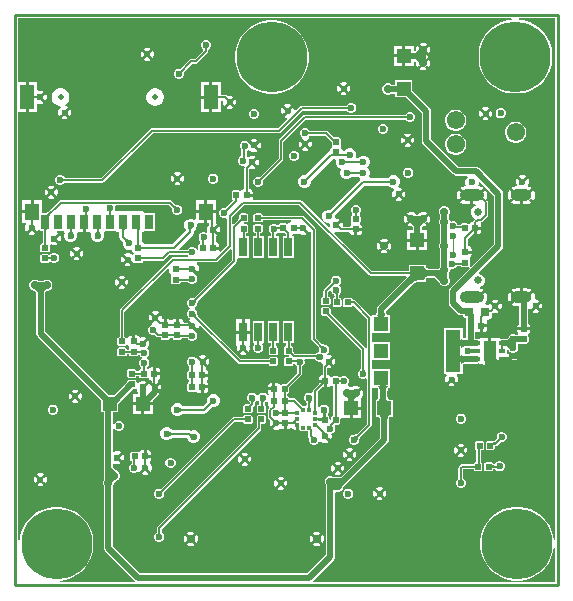
<source format=gbl>
G04*
G04 #@! TF.GenerationSoftware,Altium Limited,Altium Designer,26.2.0 (7)*
G04*
G04 Layer_Physical_Order=4*
G04 Layer_Color=16711680*
%FSLAX25Y25*%
%MOIN*%
G70*
G04*
G04 #@! TF.SameCoordinates,17A3E6CB-15BD-4058-B425-0E0A4CEE79B2*
G04*
G04*
G04 #@! TF.FilePolarity,Positive*
G04*
G01*
G75*
%ADD10C,0.00787*%
%ADD12C,0.00591*%
G04:AMPARAMS|DCode=17|XSize=21.65mil|YSize=19.68mil|CornerRadius=2.46mil|HoleSize=0mil|Usage=FLASHONLY|Rotation=90.000|XOffset=0mil|YOffset=0mil|HoleType=Round|Shape=RoundedRectangle|*
%AMROUNDEDRECTD17*
21,1,0.02165,0.01476,0,0,90.0*
21,1,0.01673,0.01968,0,0,90.0*
1,1,0.00492,0.00738,0.00837*
1,1,0.00492,0.00738,-0.00837*
1,1,0.00492,-0.00738,-0.00837*
1,1,0.00492,-0.00738,0.00837*
%
%ADD17ROUNDEDRECTD17*%
G04:AMPARAMS|DCode=18|XSize=21.65mil|YSize=19.68mil|CornerRadius=2.46mil|HoleSize=0mil|Usage=FLASHONLY|Rotation=180.000|XOffset=0mil|YOffset=0mil|HoleType=Round|Shape=RoundedRectangle|*
%AMROUNDEDRECTD18*
21,1,0.02165,0.01476,0,0,180.0*
21,1,0.01673,0.01968,0,0,180.0*
1,1,0.00492,-0.00837,0.00738*
1,1,0.00492,0.00837,0.00738*
1,1,0.00492,0.00837,-0.00738*
1,1,0.00492,-0.00837,-0.00738*
%
%ADD18ROUNDEDRECTD18*%
%ADD31R,0.04724X0.04724*%
%ADD36R,0.04724X0.04724*%
%ADD54R,0.05118X0.05118*%
%ADD63C,0.02362*%
%ADD65C,0.02559*%
%ADD68C,0.01968*%
%ADD69C,0.01181*%
%ADD70C,0.00532*%
%ADD71C,0.00472*%
%ADD72C,0.06102*%
%ADD73O,0.08268X0.03937*%
%ADD74O,0.07087X0.03937*%
%ADD75C,0.01968*%
%ADD76C,0.23622*%
%ADD77C,0.02756*%
%ADD78C,0.01000*%
%ADD90R,0.05118X0.14173*%
G04:AMPARAMS|DCode=91|XSize=29.92mil|YSize=26mil|CornerRadius=3.25mil|HoleSize=0mil|Usage=FLASHONLY|Rotation=90.000|XOffset=0mil|YOffset=0mil|HoleType=Round|Shape=RoundedRectangle|*
%AMROUNDEDRECTD91*
21,1,0.02992,0.01950,0,0,90.0*
21,1,0.02342,0.02600,0,0,90.0*
1,1,0.00650,0.00975,0.01171*
1,1,0.00650,0.00975,-0.01171*
1,1,0.00650,-0.00975,-0.01171*
1,1,0.00650,-0.00975,0.01171*
%
%ADD91ROUNDEDRECTD91*%
%ADD92R,0.02362X0.01378*%
%ADD93R,0.02559X0.06496*%
%ADD94R,0.02756X0.05118*%
G04:AMPARAMS|DCode=95|XSize=14.96mil|YSize=13.78mil|CornerRadius=0.62mil|HoleSize=0mil|Usage=FLASHONLY|Rotation=180.000|XOffset=0mil|YOffset=0mil|HoleType=Round|Shape=RoundedRectangle|*
%AMROUNDEDRECTD95*
21,1,0.01496,0.01254,0,0,180.0*
21,1,0.01372,0.01378,0,0,180.0*
1,1,0.00124,-0.00686,0.00627*
1,1,0.00124,0.00686,0.00627*
1,1,0.00124,0.00686,-0.00627*
1,1,0.00124,-0.00686,-0.00627*
%
%ADD95ROUNDEDRECTD95*%
%ADD96R,0.04724X0.05512*%
%ADD97R,0.04724X0.07874*%
%ADD98R,0.04331X0.06693*%
G36*
X180083Y15181D02*
X179583Y15142D01*
X179331Y16733D01*
X178732Y18576D01*
X177852Y20303D01*
X176713Y21870D01*
X175343Y23241D01*
X173775Y24380D01*
X172049Y25260D01*
X170206Y25858D01*
X168292Y26161D01*
X166354D01*
X164440Y25858D01*
X162597Y25260D01*
X160871Y24380D01*
X159303Y23241D01*
X157932Y21870D01*
X156793Y20303D01*
X155914Y18576D01*
X155315Y16733D01*
X155012Y14819D01*
Y12881D01*
X155315Y10967D01*
X155914Y9125D01*
X156793Y7398D01*
X157932Y5830D01*
X159303Y4460D01*
X160871Y3321D01*
X162597Y2441D01*
X164440Y1843D01*
X166354Y1539D01*
X168292D01*
X170206Y1843D01*
X172049Y2441D01*
X173775Y3321D01*
X175343Y4460D01*
X176713Y5830D01*
X177852Y7398D01*
X178732Y9125D01*
X179331Y10967D01*
X179583Y12559D01*
X180083Y12520D01*
Y1020D01*
X99403D01*
X99300Y1170D01*
X99211Y1520D01*
X106121Y8430D01*
X106121Y8430D01*
X106449Y8921D01*
X106564Y9500D01*
Y30835D01*
X107064Y31169D01*
X107178Y31122D01*
X107925D01*
X108615Y31408D01*
X109143Y31936D01*
X109429Y32626D01*
Y32738D01*
X110272Y33580D01*
X110272Y33581D01*
X124133Y47442D01*
X124133Y47442D01*
X124461Y47933D01*
X124576Y48512D01*
X124576Y48512D01*
Y54640D01*
X124588Y54667D01*
X124598Y55024D01*
X124624Y55322D01*
X124665Y55570D01*
X124718Y55768D01*
X124778Y55913D01*
X124835Y56006D01*
X124883Y56058D01*
X124921Y56083D01*
X124964Y56099D01*
X125088Y56112D01*
X125136Y56138D01*
X125925D01*
Y61862D01*
X124627D01*
X124578Y61888D01*
X124455Y61901D01*
X124411Y61917D01*
X124373Y61942D01*
X124325Y61994D01*
X124268Y62088D01*
X124209Y62232D01*
X124155Y62430D01*
X124114Y62678D01*
X124088Y62976D01*
X124078Y63333D01*
X124066Y63360D01*
Y64388D01*
X124078Y64415D01*
X124088Y64772D01*
X124114Y65070D01*
X124155Y65318D01*
X124209Y65516D01*
X124268Y65661D01*
X124325Y65754D01*
X124373Y65806D01*
X124411Y65831D01*
X124455Y65847D01*
X124578Y65860D01*
X124627Y65886D01*
X125102D01*
Y72004D01*
X118984Y72004D01*
X118862Y72453D01*
Y74492D01*
X118984Y74941D01*
X119362Y74941D01*
X125102D01*
Y81059D01*
X118984Y81059D01*
X118862Y81508D01*
Y83547D01*
X118984Y83996D01*
X119362Y83996D01*
X125102D01*
Y90114D01*
X124117D01*
X124068Y90140D01*
X123945Y90153D01*
X123901Y90169D01*
X123863Y90194D01*
X123815Y90246D01*
X123758Y90339D01*
X123699Y90484D01*
X123646Y90682D01*
X123604Y90930D01*
X123578Y91228D01*
X123574Y91382D01*
X132046Y99855D01*
X132074Y99866D01*
X132341Y100120D01*
X132596Y100336D01*
X132846Y100524D01*
X133093Y100684D01*
X133335Y100817D01*
X133572Y100924D01*
X133805Y101005D01*
X134034Y101063D01*
X134260Y101097D01*
X134512Y101109D01*
X134572Y101138D01*
X136913D01*
Y101927D01*
X136940Y101975D01*
X136953Y102099D01*
X136968Y102142D01*
X136994Y102180D01*
X137045Y102228D01*
X137139Y102285D01*
X137284Y102345D01*
X137481Y102398D01*
X137730Y102439D01*
X138027Y102465D01*
X138384Y102475D01*
X138411Y102487D01*
X139711D01*
X141245Y100953D01*
X141459Y100436D01*
X141987Y99908D01*
X142678Y99622D01*
X143425D01*
X144115Y99908D01*
X144643Y100436D01*
X144929Y101126D01*
Y101874D01*
X144643Y102564D01*
X144564Y102643D01*
Y103858D01*
X144643Y103936D01*
X144929Y104626D01*
Y105025D01*
X145382Y105379D01*
X145391Y105379D01*
X146051D01*
X146669Y105635D01*
X147142Y106108D01*
X147239Y106342D01*
X148569D01*
X148677Y106181D01*
X148924Y106016D01*
X149215Y105958D01*
X150888D01*
X151179Y106016D01*
X151281Y106084D01*
X151600Y105696D01*
X144981Y99077D01*
X144653Y98586D01*
X144538Y98007D01*
X144538Y98007D01*
Y94000D01*
X144538Y94000D01*
X144653Y93421D01*
X144981Y92930D01*
X147471Y90440D01*
X147471Y90440D01*
X147962Y90112D01*
X148541Y89996D01*
X148541Y89996D01*
X149367D01*
Y89827D01*
X149431Y89505D01*
X149614Y89232D01*
X149887Y89050D01*
X150208Y88986D01*
X150318D01*
Y86431D01*
Y82676D01*
X150077Y82394D01*
X149818Y82246D01*
X149686Y82268D01*
X149488Y82321D01*
X149343Y82380D01*
X149250Y82437D01*
X149198Y82485D01*
X149173Y82523D01*
X149157Y82567D01*
X149144Y82691D01*
X149118Y82739D01*
Y85587D01*
X143000D01*
Y70413D01*
X143673D01*
X143880Y69913D01*
X143702Y69735D01*
X143370Y68934D01*
Y68066D01*
X143675Y67331D01*
X144517Y68173D01*
X145224Y67466D01*
X144382Y66624D01*
X145117Y66319D01*
X145985D01*
X146721Y66624D01*
X145878Y67466D01*
X146585Y68173D01*
X147428Y67331D01*
X147732Y68066D01*
Y68934D01*
X147400Y69735D01*
X147222Y69913D01*
X147429Y70413D01*
X149118D01*
Y73261D01*
X149144Y73309D01*
X149157Y73433D01*
X149173Y73477D01*
X149198Y73515D01*
X149250Y73563D01*
X149343Y73620D01*
X149488Y73679D01*
X149686Y73732D01*
X149934Y73774D01*
X150232Y73800D01*
X150589Y73809D01*
X150616Y73821D01*
X153886D01*
X153886Y73821D01*
X154465Y73936D01*
X154520Y73973D01*
X155020Y73713D01*
Y73713D01*
X156013D01*
X156173Y73473D01*
Y72527D01*
X156524Y71680D01*
X156551Y71707D01*
Y81000D01*
X160051D01*
Y76000D01*
X161051Y75000D01*
X163392D01*
Y76000D01*
X164500D01*
Y77189D01*
X164000D01*
Y78253D01*
X164500Y78352D01*
X164626Y78048D01*
X165099Y77575D01*
X165717Y77319D01*
X166386D01*
X167003Y77575D01*
X167476Y78048D01*
X167732Y78666D01*
Y79334D01*
X167564Y79739D01*
Y80487D01*
X169551D01*
X169624Y80501D01*
X170388D01*
X170679Y80559D01*
X170926Y80724D01*
X171091Y80971D01*
X171149Y81262D01*
Y82738D01*
X171091Y83029D01*
X171002Y83161D01*
X170990Y83205D01*
X171036Y83621D01*
X171084Y83772D01*
X171286Y83907D01*
X171562Y84319D01*
X171658Y84805D01*
Y85043D01*
X170526D01*
Y86043D01*
X171658D01*
Y86282D01*
X171562Y86768D01*
X171286Y87180D01*
X171064Y87328D01*
Y91997D01*
X171564Y92097D01*
X171675Y91831D01*
X172517Y92673D01*
X173224Y91966D01*
X172382Y91124D01*
X173117Y90819D01*
X173985D01*
X174721Y91124D01*
X173878Y91966D01*
X174585Y92673D01*
X175428Y91831D01*
X175732Y92566D01*
Y93434D01*
X175428Y94169D01*
X174585Y93327D01*
X173878Y94034D01*
X174721Y94876D01*
X173985Y95181D01*
X173701D01*
X173262Y95681D01*
X173301Y95976D01*
X173199Y96751D01*
X172900Y97473D01*
X172731Y97693D01*
X171931Y96893D01*
X171224Y97600D01*
X172024Y98400D01*
X171804Y98569D01*
X171082Y98869D01*
X170307Y98971D01*
X169232D01*
Y97837D01*
X168232D01*
Y98971D01*
X167157D01*
X166383Y98869D01*
X165660Y98569D01*
X165440Y98400D01*
X166241Y97600D01*
X165534Y96893D01*
X164733Y97693D01*
X164565Y97473D01*
X164265Y96751D01*
X164163Y95976D01*
X164265Y95201D01*
X164565Y94479D01*
X164733Y94259D01*
X165534Y95060D01*
X166241Y94353D01*
X165440Y93552D01*
X165660Y93383D01*
X166383Y93084D01*
X167157Y92982D01*
X168038D01*
Y87328D01*
X167816Y87180D01*
X167541Y86768D01*
X167444Y86282D01*
Y86043D01*
X168576D01*
Y85043D01*
X167444D01*
Y84805D01*
X167541Y84319D01*
X167745Y84013D01*
X167616Y83638D01*
X167524Y83513D01*
X166791D01*
X166386Y83681D01*
X165717D01*
X165099Y83425D01*
X164626Y82952D01*
X164571Y82819D01*
X163883Y82131D01*
X162319D01*
X161850Y82038D01*
X161489Y82236D01*
X161350Y82357D01*
Y82406D01*
X158685D01*
Y81298D01*
X157685D01*
Y82406D01*
X155020D01*
Y82373D01*
X154668Y82124D01*
X154520Y82076D01*
X154004Y82179D01*
X154004Y82179D01*
X153345D01*
Y84404D01*
X153470Y84497D01*
X153845Y84625D01*
X154150Y84421D01*
X154637Y84324D01*
X154875D01*
Y85456D01*
X155875D01*
Y84324D01*
X156113D01*
X156599Y84421D01*
X157011Y84697D01*
X157287Y85109D01*
X157383Y85595D01*
Y85931D01*
X156251D01*
Y86932D01*
X157383D01*
Y87268D01*
X157287Y87754D01*
X157139Y87976D01*
X157380Y88476D01*
X157670D01*
X158187Y88579D01*
X158625Y88872D01*
X158918Y89310D01*
X159021Y89827D01*
Y90572D01*
X159468Y90881D01*
X159617Y90819D01*
X160485D01*
X161221Y91124D01*
X160378Y91966D01*
X161085Y92673D01*
X161928Y91831D01*
X162232Y92566D01*
Y93434D01*
X161928Y94169D01*
X161085Y93327D01*
X160378Y94034D01*
X161221Y94876D01*
X160485Y95181D01*
X159617D01*
X158882Y94876D01*
X159724Y94034D01*
X159017Y93327D01*
X158175Y94169D01*
X157888Y93477D01*
X157670Y93520D01*
X156894D01*
X156681Y94020D01*
X157034Y94479D01*
X157333Y95201D01*
X157435Y95976D01*
X157333Y96751D01*
X157034Y97473D01*
X156865Y97693D01*
X156065Y96893D01*
X155358Y97600D01*
X156158Y98400D01*
X155938Y98569D01*
X155216Y98869D01*
X154943Y98904D01*
X154876Y99418D01*
X155526Y99687D01*
X156163Y100324D01*
X156508Y101156D01*
Y102057D01*
X156163Y102889D01*
X155526Y103525D01*
X154742Y103850D01*
X154517Y104332D01*
X162121Y111937D01*
X162121Y111937D01*
X162449Y112428D01*
X162565Y113007D01*
Y130500D01*
X162449Y131079D01*
X162121Y131570D01*
X162121Y131570D01*
X154621Y139070D01*
X154130Y139398D01*
X153551Y139513D01*
X153551Y139513D01*
X147678D01*
X138565Y148627D01*
Y157988D01*
X138449Y158567D01*
X138121Y159058D01*
X138121Y159058D01*
X132413Y164766D01*
Y168350D01*
X126689D01*
Y166885D01*
X125449D01*
X125371Y166964D01*
X124680Y167250D01*
X123933D01*
X123243Y166964D01*
X122715Y166436D01*
X122429Y165746D01*
Y164999D01*
X122715Y164308D01*
X123243Y163780D01*
X123933Y163494D01*
X124680D01*
X125371Y163780D01*
X125449Y163859D01*
X126689D01*
Y162626D01*
X130273D01*
X135538Y157361D01*
Y148000D01*
X135538Y148000D01*
X135653Y147421D01*
X135981Y146930D01*
X145981Y136930D01*
X145981Y136930D01*
X146472Y136602D01*
X147051Y136487D01*
X147051Y136487D01*
X150707D01*
X150902Y135987D01*
X150426Y135511D01*
X150094Y134709D01*
Y133842D01*
X150242Y133486D01*
X150202Y133335D01*
X149918Y132961D01*
X149335Y132884D01*
X148613Y132585D01*
X148393Y132416D01*
X149193Y131616D01*
X148486Y130909D01*
X147686Y131709D01*
X147517Y131489D01*
X147218Y130767D01*
X147116Y129992D01*
X147218Y129217D01*
X147517Y128495D01*
X147686Y128275D01*
X148486Y129075D01*
X149193Y128368D01*
X148393Y127568D01*
X148613Y127399D01*
X149335Y127100D01*
X150110Y126998D01*
X151776D01*
Y128131D01*
X152776D01*
Y126998D01*
X153385D01*
X153485Y126498D01*
X152962Y126281D01*
X152325Y125645D01*
X151980Y124812D01*
Y123912D01*
X152325Y123080D01*
X152962Y122443D01*
X153033Y122414D01*
X153131Y121923D01*
X152750Y121542D01*
X152574Y121279D01*
X152538Y121098D01*
X152099Y121010D01*
X151686Y120735D01*
X151551Y120533D01*
X151400Y120484D01*
X150985Y120439D01*
X150941Y120451D01*
X150809Y120539D01*
X150518Y120597D01*
X149041D01*
X148750Y120539D01*
X148503Y120375D01*
X148339Y120128D01*
X148334Y120105D01*
X147510D01*
X147329Y120541D01*
X146856Y121014D01*
X146238Y121270D01*
X145570D01*
X145429Y121212D01*
X145297Y121255D01*
X144868Y121521D01*
X144643Y122064D01*
X144564Y122143D01*
Y123357D01*
X144643Y123436D01*
X144929Y124126D01*
Y124874D01*
X144643Y125564D01*
X144115Y126092D01*
X143425Y126378D01*
X142678D01*
X141987Y126092D01*
X141459Y125564D01*
X141173Y124874D01*
Y124126D01*
X141459Y123436D01*
X141538Y123357D01*
Y122143D01*
X141459Y122064D01*
X141173Y121374D01*
Y120626D01*
X141459Y119936D01*
X141538Y119858D01*
Y114143D01*
X141459Y114064D01*
X141173Y113374D01*
Y112626D01*
X141459Y111936D01*
X141538Y111857D01*
Y106142D01*
X141459Y106064D01*
X141245Y105547D01*
X141211Y105513D01*
X140338D01*
X140338Y105513D01*
X140338Y105513D01*
X138411D01*
X138384Y105525D01*
X138027Y105535D01*
X137730Y105561D01*
X137481Y105602D01*
X137284Y105656D01*
X137139Y105715D01*
X137045Y105772D01*
X136994Y105820D01*
X136968Y105858D01*
X136953Y105902D01*
X136940Y106025D01*
X136913Y106073D01*
Y106862D01*
X131189D01*
Y104839D01*
X131096Y104836D01*
X131039Y104811D01*
X118887D01*
X106281Y117417D01*
X106564Y117841D01*
X106617Y117819D01*
X107485D01*
X107967Y118018D01*
X107980Y118005D01*
X108243Y117830D01*
X108553Y117768D01*
X111423D01*
X111505Y117354D01*
X111781Y116942D01*
X112193Y116667D01*
X112679Y116570D01*
X113016D01*
Y117702D01*
X114016D01*
Y116570D01*
X114352D01*
X114839Y116667D01*
X115251Y116942D01*
X115526Y117354D01*
X115623Y117841D01*
Y118079D01*
X114491D01*
Y119079D01*
X115623D01*
Y119317D01*
X115526Y119803D01*
X115251Y120215D01*
X115049Y120350D01*
X115000Y120502D01*
X114955Y120917D01*
X114967Y120961D01*
X115055Y121093D01*
X115113Y121384D01*
Y122860D01*
X115055Y123151D01*
X114890Y123398D01*
X114910Y123981D01*
X114976Y124048D01*
X115232Y124666D01*
Y125334D01*
X114976Y125952D01*
X114503Y126425D01*
X113886Y126681D01*
X113217D01*
X112599Y126425D01*
X112126Y125952D01*
X111870Y125334D01*
Y124666D01*
X112126Y124048D01*
X112181Y123993D01*
X112141Y123398D01*
X111976Y123151D01*
X111918Y122860D01*
Y121384D01*
X111976Y121093D01*
X112065Y120961D01*
X112077Y120917D01*
X112031Y120502D01*
X111983Y120350D01*
X111781Y120215D01*
X111505Y119803D01*
X111423Y119390D01*
X109350D01*
X109232Y119566D01*
Y120434D01*
X108928Y121169D01*
X108085Y120327D01*
X107378Y121034D01*
X108221Y121876D01*
X107485Y122181D01*
X107097D01*
X106717Y122569D01*
Y123320D01*
X116592Y133195D01*
X124293D01*
X124825Y132664D01*
X125620Y132335D01*
X126094D01*
X126301Y131835D01*
X125989Y131522D01*
X125657Y130720D01*
Y129853D01*
X125961Y129117D01*
X126804Y129959D01*
X127511Y129252D01*
X126669Y128410D01*
X127404Y128106D01*
X128272D01*
X129007Y128410D01*
X128165Y129252D01*
X128872Y129959D01*
X129714Y129117D01*
X130019Y129853D01*
Y130720D01*
X129714Y131456D01*
X128872Y130614D01*
X128165Y131321D01*
X129007Y132163D01*
X128272Y132468D01*
X127788D01*
X127581Y132968D01*
X127887Y133273D01*
X128217Y134069D01*
Y134931D01*
X127887Y135727D01*
X127278Y136336D01*
X126482Y136665D01*
X125620D01*
X124825Y136336D01*
X124293Y135805D01*
X118191D01*
X117984Y136305D01*
X118276Y137010D01*
Y137871D01*
X117946Y138667D01*
X117363Y139250D01*
X117887Y139773D01*
X118217Y140569D01*
Y141431D01*
X117887Y142227D01*
X117278Y142836D01*
X116482Y143165D01*
X115621D01*
X114825Y142836D01*
X114316Y142327D01*
X113859Y142354D01*
X113592Y142768D01*
X113716Y143069D01*
Y143931D01*
X113387Y144727D01*
X112778Y145336D01*
X111982Y145665D01*
X111120D01*
X110325Y145336D01*
X109793Y144805D01*
X109142D01*
Y144966D01*
X109047Y145447D01*
X108775Y145853D01*
X108570Y145991D01*
X108520Y146165D01*
X108481Y146550D01*
X108493Y146597D01*
X108591Y146742D01*
X108649Y147034D01*
Y148510D01*
X108591Y148801D01*
X108426Y149048D01*
X108179Y149213D01*
X107888Y149270D01*
X106215D01*
X106120Y149252D01*
X104115Y151256D01*
X103852Y151432D01*
X103542Y151493D01*
X98132D01*
X98074Y151635D01*
X97601Y152108D01*
X96983Y152363D01*
X96314D01*
X95696Y152108D01*
X95223Y151635D01*
X94968Y151017D01*
Y150348D01*
X95223Y149730D01*
X95540Y149413D01*
X95487Y148914D01*
X96375Y148027D01*
X95668Y147319D01*
X94826Y148162D01*
X94521Y147426D01*
Y146558D01*
X94826Y145823D01*
X95668Y146665D01*
X96375Y145958D01*
X95533Y145116D01*
X96268Y144811D01*
X97136D01*
X97872Y145116D01*
X97029Y145958D01*
X97736Y146665D01*
X98579Y145823D01*
X98883Y146558D01*
Y147426D01*
X98579Y148162D01*
X97736Y147319D01*
X97029Y148027D01*
X97872Y148869D01*
X97871Y148869D01*
X97788Y149444D01*
X98074Y149730D01*
X98132Y149872D01*
X103206D01*
X105454Y147624D01*
Y147034D01*
X105512Y146742D01*
X105609Y146597D01*
X105622Y146550D01*
X105582Y146165D01*
X105533Y145991D01*
X105328Y145853D01*
X105056Y145447D01*
X104960Y144966D01*
Y144729D01*
X104839Y144705D01*
X104416Y144422D01*
X96659Y136665D01*
X95908D01*
X95112Y136336D01*
X94503Y135727D01*
X94173Y134931D01*
Y134069D01*
X94503Y133273D01*
X95112Y132664D01*
X95908Y132335D01*
X96769D01*
X97565Y132664D01*
X98174Y133273D01*
X98504Y134069D01*
Y134820D01*
X105879Y142195D01*
X106753D01*
X107030Y141780D01*
X106886Y141431D01*
Y140569D01*
X107215Y139773D01*
X107825Y139164D01*
X108313Y138962D01*
X108615Y138786D01*
X108563Y138358D01*
X108386Y137931D01*
Y137069D01*
X108715Y136273D01*
X109325Y135664D01*
X110120Y135335D01*
X110982D01*
X111778Y135664D01*
X112279Y136166D01*
X114323D01*
X114884Y135605D01*
X114803Y135097D01*
X104872Y125165D01*
X104121D01*
X103325Y124836D01*
X102716Y124227D01*
X102386Y123431D01*
Y122569D01*
X102716Y121773D01*
X103325Y121164D01*
X104121Y120835D01*
X104495D01*
X104870Y120434D01*
Y119566D01*
X104892Y119513D01*
X104468Y119230D01*
X95625Y128073D01*
X95362Y128249D01*
X95051Y128311D01*
X79391D01*
X79124Y128811D01*
X79202Y129200D01*
Y129537D01*
X78070D01*
Y130537D01*
X79202D01*
Y130873D01*
X79105Y131360D01*
X78829Y131772D01*
X78417Y132047D01*
X78016Y132127D01*
Y138584D01*
X78351Y138919D01*
X78629Y138803D01*
X79497D01*
X80232Y139108D01*
X79390Y139950D01*
X80097Y140657D01*
X80939Y139815D01*
X81244Y140550D01*
Y141418D01*
X80939Y142154D01*
X80097Y141311D01*
X79390Y142018D01*
X80232Y142861D01*
X79497Y143165D01*
X78629D01*
X77828Y142833D01*
X77724Y142730D01*
X77224Y142937D01*
Y144687D01*
X77679Y145048D01*
X78104Y145021D01*
X78413Y144711D01*
X79215Y144379D01*
X80082D01*
X80818Y144684D01*
X79975Y145526D01*
X80683Y146233D01*
X81525Y145391D01*
X81829Y146127D01*
Y146994D01*
X81525Y147730D01*
X80683Y146888D01*
X79975Y147595D01*
X80818Y148437D01*
X80082Y148742D01*
X79215D01*
X78479Y148437D01*
X79321Y147595D01*
X78614Y146888D01*
X77642Y147860D01*
X77336Y147984D01*
X76897Y148165D01*
X76229D01*
X75611Y147909D01*
X75138Y147436D01*
X74882Y146819D01*
Y146150D01*
X75138Y145532D01*
X75402Y145268D01*
Y143030D01*
X75111Y142909D01*
X74638Y142437D01*
X74382Y141819D01*
Y141150D01*
X74638Y140532D01*
X75111Y140059D01*
X75729Y139803D01*
X76260D01*
X76269Y139795D01*
X76505Y139427D01*
X76530Y139341D01*
X76456Y139230D01*
X76394Y138919D01*
Y132132D01*
X75968Y132047D01*
X75556Y131772D01*
X75421Y131570D01*
X75270Y131521D01*
X74855Y131476D01*
X74811Y131488D01*
X74679Y131576D01*
X74388Y131634D01*
X72911D01*
X72620Y131576D01*
X72373Y131411D01*
X72209Y131164D01*
X72151Y130873D01*
Y129200D01*
X72209Y128909D01*
X72373Y128662D01*
X72461Y128065D01*
X72456Y128051D01*
X70027Y125622D01*
X69886Y125681D01*
X69217D01*
X68599Y125425D01*
X68126Y124952D01*
X67870Y124334D01*
Y123666D01*
X68126Y123048D01*
X68599Y122575D01*
X69217Y122319D01*
X69886D01*
X70240Y122466D01*
X70740Y122158D01*
Y113336D01*
X68526Y111122D01*
X68065Y111368D01*
X68077Y111425D01*
Y111762D01*
X66945D01*
Y112762D01*
X68077D01*
Y113098D01*
X67980Y113585D01*
X67705Y113997D01*
X67292Y114272D01*
X66870Y114356D01*
Y116479D01*
X67220Y116624D01*
X66378Y117466D01*
X67085Y118173D01*
X67928Y117331D01*
X68232Y118066D01*
Y118934D01*
X67928Y119669D01*
X67085Y118827D01*
X66378Y119534D01*
X67227Y120383D01*
X66887Y120717D01*
Y123973D01*
X65780D01*
Y124973D01*
X66887D01*
Y128229D01*
X64025D01*
Y127121D01*
X63025D01*
Y128229D01*
X60163D01*
Y124973D01*
X61271D01*
Y123973D01*
X60163D01*
Y122104D01*
X59663Y121883D01*
X58982Y122165D01*
X58121D01*
X57325Y121836D01*
X56716Y121227D01*
X56386Y120431D01*
Y119569D01*
X56716Y118773D01*
X56793Y118696D01*
X56807Y118675D01*
X56866Y118577D01*
X56970Y118381D01*
X56998Y118320D01*
X57018Y118269D01*
X52482Y113733D01*
X43059D01*
X42825Y114084D01*
X42418Y114356D01*
X42376Y114364D01*
Y117583D01*
X42738D01*
Y117605D01*
X42828Y118067D01*
X43238Y118067D01*
X46584D01*
Y124185D01*
X42828Y124185D01*
X42738Y124648D01*
Y124670D01*
X33683D01*
Y124648D01*
X33672Y124595D01*
X33606Y124590D01*
X33260Y125063D01*
X33335Y125243D01*
Y125912D01*
X33198Y126243D01*
X33519Y126743D01*
X51161D01*
X52111Y125794D01*
X52130Y125740D01*
X52176Y125688D01*
X52202Y125653D01*
X52226Y125610D01*
X52250Y125558D01*
X52272Y125495D01*
X52292Y125422D01*
X52306Y125346D01*
X52327Y125127D01*
X52329Y125004D01*
X52370Y124909D01*
Y124666D01*
X52626Y124048D01*
X53099Y123575D01*
X53717Y123319D01*
X54386D01*
X55003Y123575D01*
X55476Y124048D01*
X55732Y124666D01*
Y125334D01*
X55476Y125952D01*
X55003Y126425D01*
X54386Y126681D01*
X54142D01*
X54047Y126722D01*
X53916Y126724D01*
X53809Y126731D01*
X53714Y126743D01*
X53629Y126759D01*
X53556Y126779D01*
X53494Y126801D01*
X53442Y126825D01*
X53399Y126850D01*
X53363Y126875D01*
X53312Y126921D01*
X53257Y126941D01*
X52070Y128128D01*
X51807Y128303D01*
X51497Y128365D01*
X15307D01*
X14997Y128303D01*
X14734Y128128D01*
X11112Y124506D01*
X11054Y124483D01*
X10981Y124414D01*
X10921Y124364D01*
X10866Y124322D01*
X10814Y124288D01*
X10767Y124262D01*
X10725Y124243D01*
X10687Y124230D01*
X10652Y124222D01*
X10621Y124217D01*
X10564Y124214D01*
X10504Y124185D01*
X9092D01*
Y128229D01*
X6230D01*
Y127121D01*
X5230D01*
Y128229D01*
X2368D01*
Y124973D01*
X3475D01*
Y123973D01*
X2368D01*
Y120717D01*
X3530D01*
X3722Y120255D01*
X3702Y120236D01*
X3370Y119434D01*
Y118566D01*
X3675Y117831D01*
X4517Y118673D01*
X5224Y117966D01*
X4382Y117124D01*
X5117Y116819D01*
X5985D01*
X6720Y117124D01*
X5878Y117966D01*
X6585Y118673D01*
X7428Y117831D01*
X7683Y118446D01*
X8183Y118347D01*
Y118067D01*
X9137D01*
X9139Y117974D01*
X9165Y117917D01*
Y113958D01*
X9139D01*
X8848Y113900D01*
X8601Y113735D01*
X8436Y113488D01*
X8378Y113197D01*
Y111721D01*
X8436Y111429D01*
X8601Y111183D01*
X8848Y111018D01*
X9139Y110960D01*
X10812D01*
X11103Y111018D01*
X11350Y111183D01*
X11515Y111429D01*
X11573Y111721D01*
Y113197D01*
X11562Y113251D01*
X12008Y113571D01*
X12617Y113319D01*
X13485D01*
X14220Y113624D01*
X13378Y114466D01*
X14085Y115173D01*
X14928Y114331D01*
X15232Y115066D01*
Y115934D01*
X14928Y116669D01*
X14085Y115827D01*
X13378Y116534D01*
X14220Y117376D01*
X13760Y117567D01*
X13859Y118067D01*
X16269D01*
X16273Y118047D01*
X16360Y117583D01*
D01*
X16461Y117113D01*
X16386Y116931D01*
Y116069D01*
X16715Y115273D01*
X17325Y114664D01*
X18121Y114335D01*
X18982D01*
X19778Y114664D01*
X20387Y115273D01*
X20717Y116069D01*
Y116931D01*
X20657Y117075D01*
X20994Y117567D01*
X22553D01*
Y118675D01*
X23553D01*
Y117567D01*
X25108D01*
X25445Y117073D01*
X25386Y116931D01*
Y116069D01*
X25716Y115273D01*
X26325Y114664D01*
X27121Y114335D01*
X27982D01*
X28778Y114664D01*
X29387Y115273D01*
X29717Y116069D01*
Y116931D01*
X29640Y117115D01*
X29746Y117583D01*
D01*
X29832Y118047D01*
X29836Y118067D01*
X33592Y118067D01*
X33683Y117605D01*
Y117583D01*
X34770D01*
Y115972D01*
X34867Y115485D01*
X35144Y115071D01*
X35768Y114447D01*
X35776Y114423D01*
X35787Y114379D01*
X35795Y114331D01*
X35812Y114135D01*
X35813Y114019D01*
X35833Y113929D01*
Y113589D01*
X36162Y112793D01*
X36771Y112184D01*
X37567Y111854D01*
X38429D01*
X38578Y111916D01*
X39041Y111566D01*
X39106Y111240D01*
X39378Y110833D01*
X39583Y110696D01*
X39603Y110625D01*
X39477Y110304D01*
X38928Y110208D01*
X38787Y110349D01*
X37985Y110681D01*
X37117D01*
X36382Y110376D01*
X37224Y109534D01*
X36517Y108827D01*
X35675Y109669D01*
X35370Y108934D01*
Y108066D01*
X35675Y107331D01*
X36517Y108173D01*
X37224Y107466D01*
X36382Y106624D01*
X37117Y106319D01*
X37985D01*
X38721Y106624D01*
X37878Y107466D01*
X38585Y108173D01*
X39457Y107301D01*
X39974Y107474D01*
X40265Y107416D01*
X41938D01*
X42229Y107474D01*
X42476Y107639D01*
X42641Y107886D01*
X42684Y108105D01*
X49188D01*
X49498Y108166D01*
X49761Y108342D01*
X51522Y110102D01*
X57501D01*
X57750Y109772D01*
X57545Y109311D01*
X52551D01*
X52241Y109249D01*
X51978Y109073D01*
X51978Y109073D01*
X35034Y92130D01*
X34859Y91867D01*
X34797Y91557D01*
Y82771D01*
X34771D01*
X34480Y82713D01*
X34233Y82548D01*
X34069Y82301D01*
X34011Y82010D01*
Y80533D01*
X34069Y80242D01*
X34233Y79996D01*
X34480Y79831D01*
X34771Y79773D01*
X36445D01*
X36736Y79831D01*
X36982Y79996D01*
X37028Y80063D01*
X37320Y80054D01*
X37571Y80003D01*
X37816Y79635D01*
X38018Y79500D01*
X38067Y79349D01*
X38107Y78982D01*
X37815Y78539D01*
X37191D01*
X37147Y78758D01*
X36982Y79004D01*
X36736Y79169D01*
X36445Y79227D01*
X34771D01*
X34480Y79169D01*
X34233Y79004D01*
X34069Y78758D01*
X34011Y78466D01*
Y76990D01*
X34069Y76699D01*
X34233Y76452D01*
X34480Y76287D01*
X34771Y76230D01*
X36445D01*
X36736Y76287D01*
X36982Y76452D01*
X37147Y76699D01*
X37191Y76917D01*
X37968D01*
X38012Y76699D01*
X38177Y76452D01*
X38423Y76287D01*
X38715Y76230D01*
X40388D01*
X40679Y76287D01*
X40926Y76452D01*
X41058Y76651D01*
X41293Y76674D01*
X41588Y76639D01*
X41626Y76548D01*
X42099Y76075D01*
X42230Y76021D01*
Y75479D01*
X42099Y75425D01*
X41626Y74952D01*
X41370Y74334D01*
Y73666D01*
X41626Y73048D01*
X42077Y72597D01*
X42045Y72097D01*
X42041D01*
X41750Y72039D01*
X41504Y71874D01*
X41339Y71628D01*
X41281Y71337D01*
Y71335D01*
X40424D01*
X40376Y71578D01*
X40211Y71824D01*
X39964Y71989D01*
X39673Y72047D01*
X38000D01*
X37709Y71989D01*
X37462Y71824D01*
X37297Y71578D01*
X37239Y71286D01*
Y69810D01*
X37297Y69519D01*
X37462Y69272D01*
X37709Y69107D01*
X38000Y69049D01*
X39673D01*
X39964Y69107D01*
X40211Y69272D01*
X40376Y69519D01*
X40414Y69713D01*
X41281D01*
Y69663D01*
X41339Y69372D01*
X41504Y69125D01*
X41750Y68961D01*
X42041Y68903D01*
X43518D01*
X43809Y68961D01*
X43941Y69049D01*
X43985Y69061D01*
X44400Y69016D01*
X44551Y68967D01*
X44686Y68765D01*
X45099Y68490D01*
X45407Y68428D01*
X45458Y67908D01*
X45382Y67876D01*
X46224Y67034D01*
X45517Y66327D01*
X44551Y67293D01*
X43597Y66339D01*
X42890Y67046D01*
X43732Y67888D01*
X42997Y68193D01*
X42129D01*
X41328Y67861D01*
X40933Y67467D01*
X40433Y67674D01*
Y67743D01*
X40376Y68034D01*
X40211Y68281D01*
X39964Y68446D01*
X39673Y68504D01*
X38909D01*
X38836Y68518D01*
X38738D01*
X38665Y68504D01*
X38000D01*
X37709Y68446D01*
X37462Y68281D01*
X37297Y68034D01*
X37239Y67743D01*
Y67548D01*
X33053Y63362D01*
X31148D01*
X10064Y84445D01*
Y97586D01*
X10600Y98122D01*
X10925D01*
X11615Y98408D01*
X12143Y98936D01*
X12429Y99626D01*
Y100374D01*
X12143Y101064D01*
X11615Y101592D01*
X10925Y101878D01*
X10178D01*
X9487Y101592D01*
X9409Y101513D01*
X7694D01*
X7615Y101592D01*
X6925Y101878D01*
X6178D01*
X5487Y101592D01*
X4959Y101064D01*
X4673Y100374D01*
Y99626D01*
X4959Y98936D01*
X5487Y98408D01*
X6178Y98122D01*
X6502D01*
X7038Y97586D01*
Y83818D01*
X7038Y83818D01*
X7153Y83239D01*
X7481Y82748D01*
X28677Y61552D01*
Y57638D01*
X29538D01*
Y38713D01*
X29538Y38713D01*
X29538Y38713D01*
Y35142D01*
X29459Y35064D01*
X29173Y34374D01*
Y33626D01*
X29459Y32936D01*
X29538Y32857D01*
Y12500D01*
X29538Y12500D01*
X29653Y11921D01*
X29981Y11430D01*
X39891Y1520D01*
X39803Y1170D01*
X39700Y1020D01*
X15110D01*
X15071Y1520D01*
X16662Y1772D01*
X18505Y2371D01*
X20232Y3250D01*
X21800Y4389D01*
X23170Y5759D01*
X24309Y7327D01*
X25189Y9054D01*
X25787Y10897D01*
X26091Y12811D01*
Y14748D01*
X25787Y16662D01*
X25189Y18505D01*
X24309Y20232D01*
X23170Y21800D01*
X21800Y23170D01*
X20232Y24309D01*
X18505Y25189D01*
X16662Y25787D01*
X14748Y26091D01*
X12811D01*
X10897Y25787D01*
X9054Y25189D01*
X7327Y24309D01*
X5759Y23170D01*
X4389Y21800D01*
X3250Y20232D01*
X2371Y18505D01*
X1772Y16662D01*
X1520Y15071D01*
X1020Y15110D01*
Y157725D01*
X3576D01*
Y158832D01*
X4576D01*
Y157725D01*
X7439D01*
Y160245D01*
X7854Y160523D01*
X7955Y160481D01*
X8823D01*
X9559Y160785D01*
X8716Y161627D01*
X9424Y162335D01*
X10266Y161493D01*
X10571Y162228D01*
Y163096D01*
X10266Y163831D01*
X9424Y162989D01*
X8716Y163696D01*
X9559Y164538D01*
X8823Y164843D01*
X7955D01*
X7854Y164801D01*
X7439Y165079D01*
Y167599D01*
X4576D01*
Y166491D01*
X3576D01*
Y167599D01*
X1020D01*
Y188980D01*
X165441D01*
X165480Y188480D01*
X163889Y188228D01*
X162046Y187629D01*
X160319Y186750D01*
X158752Y185611D01*
X157381Y184241D01*
X156242Y182673D01*
X155363Y180946D01*
X154764Y179103D01*
X154461Y177189D01*
Y175252D01*
X154764Y173338D01*
X155363Y171495D01*
X156242Y169768D01*
X157381Y168200D01*
X158752Y166830D01*
X160319Y165691D01*
X162046Y164811D01*
X163889Y164213D01*
X165803Y163909D01*
X167741D01*
X169655Y164213D01*
X171497Y164811D01*
X173224Y165691D01*
X174792Y166830D01*
X176162Y168200D01*
X177301Y169768D01*
X178181Y171495D01*
X178779Y173338D01*
X179083Y175252D01*
Y177189D01*
X178779Y179103D01*
X178181Y180946D01*
X177301Y182673D01*
X176162Y184241D01*
X174792Y185611D01*
X173224Y186750D01*
X171497Y187629D01*
X169655Y188228D01*
X168063Y188480D01*
X168102Y188980D01*
X180083D01*
Y15181D01*
D02*
G37*
G36*
X53023Y126453D02*
X53104Y126395D01*
X53193Y126343D01*
X53290Y126299D01*
X53395Y126262D01*
X53508Y126232D01*
X53629Y126208D01*
X53758Y126192D01*
X53895Y126183D01*
X54039Y126181D01*
X52870Y125012D01*
X52868Y125157D01*
X52843Y125422D01*
X52820Y125543D01*
X52789Y125656D01*
X52752Y125761D01*
X52708Y125858D01*
X52657Y125947D01*
X52598Y126028D01*
X52533Y126101D01*
X52950Y126518D01*
X53023Y126453D01*
D02*
G37*
G36*
X11844Y123673D02*
X11765Y123590D01*
X11694Y123506D01*
X11631Y123423D01*
X11577Y123339D01*
X11531Y123256D01*
X11493Y123172D01*
X11464Y123089D01*
X11443Y123005D01*
X11431Y122922D01*
X11427Y122838D01*
X10591Y123673D01*
X10675Y123678D01*
X10758Y123690D01*
X10842Y123711D01*
X10926Y123740D01*
X11009Y123778D01*
X11092Y123824D01*
X11176Y123878D01*
X11260Y123941D01*
X11343Y124012D01*
X11427Y124091D01*
X11844Y123673D01*
D02*
G37*
G36*
X75845Y121447D02*
X75770Y121443D01*
X75695Y121432D01*
X75620Y121413D01*
X75545Y121387D01*
X75470Y121353D01*
X75394Y121311D01*
X75319Y121263D01*
X75244Y121206D01*
X75169Y121142D01*
X75094Y121071D01*
X74718Y121447D01*
X74789Y121522D01*
X74853Y121597D01*
X74910Y121672D01*
X74958Y121747D01*
X75000Y121823D01*
X75034Y121898D01*
X75060Y121973D01*
X75079Y122048D01*
X75090Y122123D01*
X75094Y122198D01*
X75845Y121447D01*
D02*
G37*
G36*
X59186Y119004D02*
X59069Y118925D01*
X58965Y118843D01*
X58873Y118759D01*
X58793Y118674D01*
X58726Y118585D01*
X58671Y118495D01*
X58628Y118402D01*
X58597Y118307D01*
X58579Y118210D01*
X58573Y118110D01*
X58041Y118226D01*
X58037Y118311D01*
X58022Y118401D01*
X57999Y118498D01*
X57966Y118601D01*
X57923Y118710D01*
X57871Y118825D01*
X57738Y119073D01*
X57658Y119206D01*
X57568Y119346D01*
X59186Y119004D01*
D02*
G37*
G36*
X41582Y118574D02*
X41537Y118558D01*
X41497Y118532D01*
X41463Y118494D01*
X41434Y118446D01*
X41410Y118388D01*
X41391Y118319D01*
X41378Y118239D01*
X41370Y118149D01*
X41367Y118048D01*
X40836D01*
X40833Y118149D01*
X40825Y118239D01*
X40812Y118319D01*
X40793Y118388D01*
X40769Y118446D01*
X40740Y118494D01*
X40705Y118532D01*
X40666Y118558D01*
X40620Y118574D01*
X40570Y118579D01*
X41633D01*
X41582Y118574D01*
D02*
G37*
G36*
X36526D02*
X36481Y118558D01*
X36441Y118532D01*
X36406Y118494D01*
X36377Y118446D01*
X36353Y118388D01*
X36335Y118319D01*
X36321Y118239D01*
X36313Y118149D01*
X36311Y118048D01*
X35779D01*
X35776Y118149D01*
X35768Y118239D01*
X35755Y118319D01*
X35737Y118388D01*
X35713Y118446D01*
X35684Y118494D01*
X35649Y118532D01*
X35609Y118558D01*
X35564Y118574D01*
X35513Y118579D01*
X36576D01*
X36526Y118574D01*
D02*
G37*
G36*
X10510Y118573D02*
X10460Y118556D01*
X10415Y118526D01*
X10377Y118485D01*
X10345Y118432D01*
X10318Y118367D01*
X10297Y118290D01*
X10283Y118201D01*
X10274Y118101D01*
X10271Y117989D01*
X9680D01*
X9677Y118101D01*
X9668Y118201D01*
X9654Y118290D01*
X9633Y118367D01*
X9606Y118432D01*
X9574Y118485D01*
X9535Y118526D01*
X9491Y118556D01*
X9441Y118573D01*
X9385Y118579D01*
X10566D01*
X10510Y118573D01*
D02*
G37*
G36*
X64025Y120717D02*
X64545D01*
X64684Y120217D01*
X64202Y119736D01*
X63870Y118934D01*
Y118066D01*
X63962Y117845D01*
X63576Y117470D01*
X63142Y117649D01*
X62473D01*
X61855Y117393D01*
X61383Y116920D01*
X61127Y116303D01*
Y115634D01*
X61383Y115016D01*
X61714Y114684D01*
Y113845D01*
X61496Y113801D01*
X61249Y113636D01*
X61084Y113390D01*
X61026Y113098D01*
Y111932D01*
X60526Y111832D01*
X60476Y111952D01*
X60003Y112425D01*
X59386Y112681D01*
X58717D01*
X58099Y112425D01*
X57626Y111952D01*
X57532Y111724D01*
X54731D01*
X54540Y112186D01*
X59208Y116855D01*
X59484Y117268D01*
X59582Y117756D01*
Y118047D01*
X59613Y118076D01*
X59661Y118114D01*
X59671Y118120D01*
X59778Y118164D01*
X60387Y118773D01*
X60716Y119569D01*
Y120431D01*
X60908Y120717D01*
X63025D01*
Y121825D01*
X64025D01*
Y120717D01*
D02*
G37*
G36*
X76650Y117898D02*
X76605Y117882D01*
X76565Y117856D01*
X76530Y117818D01*
X76501Y117771D01*
X76477Y117712D01*
X76459Y117643D01*
X76446Y117563D01*
X76437Y117473D01*
X76435Y117372D01*
X75903D01*
X75901Y117473D01*
X75893Y117563D01*
X75879Y117643D01*
X75861Y117712D01*
X75837Y117771D01*
X75808Y117818D01*
X75773Y117856D01*
X75733Y117882D01*
X75688Y117898D01*
X75638Y117903D01*
X76701D01*
X76650Y117898D01*
D02*
G37*
G36*
X28032Y118574D02*
X27987Y118558D01*
X27947Y118532D01*
X27913Y118494D01*
X27883Y118446D01*
X27859Y118388D01*
X27841Y118319D01*
X27828Y118239D01*
X27827Y118238D01*
X27839Y118170D01*
X27867Y118072D01*
X27907Y117973D01*
X27957Y117872D01*
X28019Y117770D01*
X28092Y117666D01*
X28176Y117560D01*
X28271Y117453D01*
X28378Y117343D01*
X26724D01*
X26831Y117453D01*
X27011Y117666D01*
X27084Y117770D01*
X27145Y117872D01*
X27196Y117973D01*
X27235Y118072D01*
X27263Y118170D01*
X27275Y118238D01*
X27275Y118239D01*
X27261Y118319D01*
X27243Y118388D01*
X27219Y118446D01*
X27190Y118494D01*
X27155Y118532D01*
X27115Y118558D01*
X27070Y118574D01*
X27020Y118579D01*
X28083D01*
X28032Y118574D01*
D02*
G37*
G36*
X19032D02*
X18987Y118558D01*
X18947Y118532D01*
X18913Y118494D01*
X18883Y118446D01*
X18859Y118388D01*
X18841Y118319D01*
X18828Y118239D01*
X18827Y118238D01*
X18839Y118170D01*
X18867Y118072D01*
X18907Y117973D01*
X18957Y117872D01*
X19019Y117770D01*
X19092Y117666D01*
X19176Y117560D01*
X19271Y117453D01*
X19378Y117343D01*
X17724D01*
X17831Y117453D01*
X18011Y117666D01*
X18083Y117770D01*
X18145Y117872D01*
X18196Y117973D01*
X18235Y118072D01*
X18263Y118170D01*
X18275Y118238D01*
X18275Y118239D01*
X18261Y118319D01*
X18243Y118388D01*
X18219Y118446D01*
X18190Y118494D01*
X18155Y118532D01*
X18115Y118558D01*
X18070Y118574D01*
X18020Y118579D01*
X19083D01*
X19032Y118574D01*
D02*
G37*
G36*
X159538Y129873D02*
Y113634D01*
X151911Y106006D01*
X151522Y106325D01*
X151591Y106427D01*
X151648Y106719D01*
Y108195D01*
X151591Y108486D01*
X151502Y108618D01*
X151490Y108662D01*
X151536Y109077D01*
X151584Y109228D01*
X151786Y109363D01*
X152062Y109776D01*
X152158Y110262D01*
Y110500D01*
X151026D01*
Y111500D01*
X152158D01*
Y111738D01*
X152062Y112224D01*
X151786Y112637D01*
X151374Y112912D01*
X150888Y113009D01*
X150862D01*
Y115294D01*
X152481Y116913D01*
X152585Y116893D01*
X152823D01*
Y118025D01*
X153823D01*
Y116893D01*
X154061D01*
X154547Y116990D01*
X154959Y117265D01*
X155235Y117677D01*
X155332Y118163D01*
Y118500D01*
X154200D01*
Y119500D01*
X155332D01*
Y119837D01*
X155235Y120323D01*
X155122Y120492D01*
X155234Y120800D01*
X155379Y121007D01*
X155614Y121054D01*
X155877Y121230D01*
X157377Y122729D01*
X157377Y122729D01*
X157552Y122992D01*
X157614Y123302D01*
X157614Y123302D01*
Y127630D01*
X157552Y127940D01*
X157377Y128203D01*
X157049Y128531D01*
X157333Y129217D01*
X157435Y129992D01*
X157333Y130767D01*
X157034Y131489D01*
X156865Y131709D01*
X156065Y130909D01*
X155358Y131616D01*
X156158Y132416D01*
X155938Y132585D01*
X155216Y132884D01*
X154633Y132961D01*
X154349Y133335D01*
X154309Y133486D01*
X154457Y133842D01*
Y134247D01*
X154957Y134454D01*
X159538Y129873D01*
D02*
G37*
G36*
X76437Y116340D02*
X76446Y116249D01*
X76459Y116170D01*
X76477Y116101D01*
X76501Y116042D01*
X76530Y115994D01*
X76565Y115957D01*
X76605Y115930D01*
X76650Y115915D01*
X76701Y115909D01*
X75638D01*
X75688Y115915D01*
X75733Y115930D01*
X75773Y115957D01*
X75808Y115994D01*
X75837Y116042D01*
X75861Y116101D01*
X75879Y116170D01*
X75893Y116249D01*
X75901Y116340D01*
X75903Y116441D01*
X76435D01*
X76437Y116340D01*
D02*
G37*
G36*
X36941Y115460D02*
X37021Y115404D01*
X37110Y115355D01*
X37208Y115312D01*
X37315Y115277D01*
X37431Y115248D01*
X37556Y115226D01*
X37690Y115211D01*
X37833Y115202D01*
X37986Y115200D01*
X36817Y114031D01*
X36815Y114184D01*
X36791Y114461D01*
X36769Y114587D01*
X36740Y114703D01*
X36705Y114810D01*
X36663Y114908D01*
X36614Y114996D01*
X36558Y115076D01*
X36495Y115146D01*
X36871Y115522D01*
X36941Y115460D01*
D02*
G37*
G36*
X136421Y105781D02*
X136480Y105614D01*
X136579Y105466D01*
X136716Y105339D01*
X136893Y105230D01*
X137110Y105142D01*
X137366Y105073D01*
X137661Y105024D01*
X137996Y104994D01*
X138370Y104984D01*
Y103016D01*
X137996Y103006D01*
X137661Y102976D01*
X137366Y102927D01*
X137110Y102858D01*
X136893Y102770D01*
X136716Y102661D01*
X136579Y102533D01*
X136480Y102386D01*
X136421Y102218D01*
X136401Y102032D01*
Y105968D01*
X136421Y105781D01*
D02*
G37*
G36*
X131701Y104434D02*
X134485Y101650D01*
X134206Y101636D01*
X133928Y101594D01*
X133650Y101524D01*
X133371Y101427D01*
X133093Y101302D01*
X132815Y101149D01*
X132536Y100968D01*
X132258Y100759D01*
X131979Y100522D01*
X131701Y100258D01*
X130309Y101650D01*
X130573Y101928D01*
X130810Y102207D01*
X131019Y102485D01*
X131200Y102763D01*
X131353Y103042D01*
X131478Y103320D01*
X131576Y103598D01*
X131580Y103615D01*
X131553Y103631D01*
X131488Y103657D01*
X131412Y103678D01*
X131323Y103693D01*
X131223Y103702D01*
X131110Y103705D01*
Y104295D01*
X131223Y104298D01*
X131323Y104307D01*
X131412Y104322D01*
X131488Y104342D01*
X131553Y104369D01*
X131606Y104402D01*
X131648Y104440D01*
X131677Y104484D01*
X131695Y104534D01*
X131701Y104591D01*
Y104434D01*
D02*
G37*
G36*
X60554Y95127D02*
X60491Y95056D01*
X60436Y94977D01*
X60387Y94888D01*
X60344Y94790D01*
X60309Y94683D01*
X60280Y94567D01*
X60258Y94442D01*
X60243Y94308D01*
X60234Y94164D01*
X60232Y94012D01*
X59063Y95181D01*
X59215Y95183D01*
X59493Y95207D01*
X59619Y95229D01*
X59734Y95258D01*
X59842Y95293D01*
X59939Y95335D01*
X60028Y95384D01*
X60108Y95440D01*
X60178Y95503D01*
X60554Y95127D01*
D02*
G37*
G36*
X111824Y94771D02*
X111841Y94720D01*
X111871Y94676D01*
X111912Y94638D01*
X111965Y94605D01*
X112030Y94579D01*
X112107Y94558D01*
X112196Y94543D01*
X112296Y94534D01*
X112408Y94531D01*
Y93941D01*
X112296Y93938D01*
X112196Y93929D01*
X112107Y93914D01*
X112030Y93894D01*
X111965Y93867D01*
X111912Y93835D01*
X111871Y93796D01*
X111841Y93752D01*
X111824Y93702D01*
X111818Y93646D01*
Y94827D01*
X111824Y94771D01*
D02*
G37*
G36*
X104631Y90905D02*
X104643Y90821D01*
X104664Y90738D01*
X104693Y90654D01*
X104731Y90571D01*
X104777Y90487D01*
X104831Y90404D01*
X104894Y90320D01*
X104965Y90237D01*
X105044Y90153D01*
X104706Y89656D01*
X104589Y89769D01*
X104365Y89960D01*
X104258Y90037D01*
X104155Y90102D01*
X104055Y90156D01*
X103959Y90198D01*
X103867Y90228D01*
X103778Y90246D01*
X103693Y90251D01*
X104626Y90988D01*
X104631Y90905D01*
D02*
G37*
G36*
X123037Y91197D02*
X123067Y90862D01*
X123116Y90567D01*
X123185Y90311D01*
X123274Y90094D01*
X123382Y89917D01*
X123510Y89779D01*
X123658Y89681D01*
X123825Y89622D01*
X124012Y89602D01*
X120075D01*
X120262Y89622D01*
X120429Y89681D01*
X120577Y89779D01*
X120705Y89917D01*
X120813Y90094D01*
X120902Y90311D01*
X120970Y90567D01*
X121020Y90862D01*
X121049Y91197D01*
X121059Y91571D01*
X123028D01*
X123037Y91197D01*
D02*
G37*
G36*
X60234Y90336D02*
X60258Y90058D01*
X60280Y89933D01*
X60309Y89817D01*
X60344Y89710D01*
X60387Y89612D01*
X60436Y89523D01*
X60491Y89443D01*
X60554Y89373D01*
X60178Y88997D01*
X60108Y89060D01*
X60028Y89116D01*
X59939Y89165D01*
X59842Y89207D01*
X59734Y89243D01*
X59619Y89271D01*
X59493Y89293D01*
X59359Y89309D01*
X59215Y89317D01*
X59063Y89319D01*
X60232Y90488D01*
X60234Y90336D01*
D02*
G37*
G36*
X117978Y103427D02*
X118241Y103251D01*
X118551Y103189D01*
X130235D01*
X130393Y103006D01*
X130496Y102689D01*
X130387Y102544D01*
X130171Y102290D01*
X129917Y102023D01*
X129906Y101995D01*
X120973Y93062D01*
X120645Y92571D01*
X120530Y91992D01*
X120530Y91992D01*
Y91612D01*
X120518Y91585D01*
X120509Y91228D01*
X120482Y90930D01*
X120441Y90682D01*
X120388Y90484D01*
X120328Y90339D01*
X120271Y90246D01*
X120224Y90194D01*
X120185Y90169D01*
X120142Y90153D01*
X120018Y90140D01*
X119970Y90114D01*
X118984D01*
Y89923D01*
X118484Y89724D01*
X113380Y94829D01*
X113117Y95004D01*
X112807Y95066D01*
X112292Y95314D01*
X112282Y95364D01*
X112117Y95611D01*
X111870Y95776D01*
X111579Y95833D01*
X110103D01*
X109812Y95776D01*
X109565Y95611D01*
X109400Y95364D01*
X109342Y95073D01*
Y93400D01*
X109400Y93108D01*
X109565Y92862D01*
X109812Y92697D01*
X110103Y92639D01*
X111579D01*
X111870Y92697D01*
X112117Y92862D01*
X112209Y92999D01*
X112631Y93117D01*
X112794Y93121D01*
X117240Y88675D01*
Y79212D01*
X117174Y79186D01*
X116740Y79128D01*
X116624Y79302D01*
X105459Y90467D01*
X105436Y90526D01*
X105367Y90598D01*
X105317Y90658D01*
X105275Y90714D01*
X105241Y90765D01*
X105216Y90812D01*
X105196Y90855D01*
X105183Y90893D01*
X105175Y90927D01*
X105170Y90958D01*
X105167Y91015D01*
X105148Y91054D01*
Y91966D01*
X105091Y92258D01*
X104926Y92504D01*
X104679Y92669D01*
X104388Y92727D01*
X102715D01*
X102424Y92669D01*
X102177Y92504D01*
X102012Y92258D01*
X101954Y91966D01*
Y90490D01*
X102012Y90199D01*
X102177Y89952D01*
X102424Y89787D01*
X102715Y89729D01*
X103602D01*
X103630Y89714D01*
X103643Y89718D01*
X103655Y89712D01*
X103706Y89708D01*
X103730Y89703D01*
X103768Y89691D01*
X103819Y89669D01*
X103881Y89635D01*
X103954Y89589D01*
X104030Y89534D01*
X104225Y89368D01*
X104331Y89266D01*
X104376Y89248D01*
X104402Y89208D01*
X104431Y89202D01*
X115240Y78392D01*
Y72433D01*
X115216Y72382D01*
X115212Y72312D01*
X115205Y72269D01*
X115192Y72221D01*
X115172Y72168D01*
X115144Y72108D01*
X115106Y72043D01*
X115062Y71978D01*
X114922Y71809D01*
X114836Y71721D01*
X114798Y71624D01*
X114626Y71452D01*
X114370Y70834D01*
Y70166D01*
X114626Y69548D01*
X115099Y69075D01*
X115717Y68819D01*
X116386D01*
X116740Y68966D01*
X117240Y68658D01*
Y53836D01*
X113845Y50441D01*
X113791Y50421D01*
X113739Y50375D01*
X113704Y50350D01*
X113661Y50325D01*
X113609Y50301D01*
X113547Y50279D01*
X113473Y50259D01*
X113397Y50245D01*
X113179Y50224D01*
X113055Y50222D01*
X112960Y50181D01*
X112717D01*
X112099Y49925D01*
X111626Y49452D01*
X111370Y48834D01*
Y48166D01*
X111626Y47548D01*
X112099Y47075D01*
X112717Y46819D01*
X113386D01*
X114003Y47075D01*
X114476Y47548D01*
X114732Y48166D01*
Y48409D01*
X114773Y48504D01*
X114775Y48635D01*
X114782Y48742D01*
X114794Y48838D01*
X114811Y48922D01*
X114830Y48996D01*
X114852Y49057D01*
X114876Y49110D01*
X114901Y49153D01*
X114926Y49188D01*
X114973Y49240D01*
X114992Y49294D01*
X118624Y52927D01*
X118800Y53190D01*
X118862Y53500D01*
X118862Y53500D01*
Y65437D01*
X118984Y65886D01*
X119362Y65886D01*
X120480D01*
X120528Y65860D01*
X120652Y65847D01*
X120695Y65831D01*
X120733Y65806D01*
X120781Y65754D01*
X120838Y65661D01*
X120898Y65516D01*
X120951Y65318D01*
X120992Y65070D01*
X121019Y64772D01*
X121028Y64415D01*
X121040Y64388D01*
Y63358D01*
X121028Y63331D01*
X121020Y62972D01*
X120996Y62670D01*
X120960Y62415D01*
X120912Y62212D01*
X120858Y62061D01*
X120807Y61965D01*
X120769Y61918D01*
X120750Y61903D01*
X120739Y61898D01*
X120648Y61888D01*
X120603Y61862D01*
X120201D01*
Y61421D01*
X120172Y61350D01*
X120185Y61318D01*
X120176Y61285D01*
X120201Y61240D01*
Y56138D01*
X120990D01*
X121038Y56112D01*
X121161Y56099D01*
X121205Y56083D01*
X121243Y56058D01*
X121291Y56006D01*
X121348Y55913D01*
X121407Y55768D01*
X121461Y55570D01*
X121502Y55322D01*
X121528Y55024D01*
X121538Y54667D01*
X121550Y54640D01*
Y49139D01*
X108575Y36164D01*
X105941D01*
X105425Y36378D01*
X104678D01*
X103987Y36092D01*
X103459Y35564D01*
X103173Y34874D01*
Y34126D01*
X103459Y33436D01*
X103538Y33358D01*
Y32849D01*
Y10127D01*
X97424Y4013D01*
X41678D01*
X32564Y13127D01*
Y32857D01*
X32643Y32936D01*
X32929Y33626D01*
Y34025D01*
X33598Y34694D01*
X34115Y34908D01*
X34643Y35436D01*
X34929Y36126D01*
Y36874D01*
X34643Y37564D01*
X34115Y38092D01*
X33598Y38306D01*
X32564Y39340D01*
Y40249D01*
X33064Y40548D01*
X33617Y40319D01*
X34485D01*
X35221Y40624D01*
X34378Y41466D01*
X35085Y42173D01*
X35928Y41331D01*
X36232Y42066D01*
Y42934D01*
X35928Y43669D01*
X35085Y42827D01*
X34378Y43534D01*
X35221Y44376D01*
X34485Y44681D01*
X33617D01*
X33064Y44452D01*
X32564Y44751D01*
Y52097D01*
X33064Y52196D01*
X33126Y52048D01*
X33599Y51575D01*
X34217Y51319D01*
X34886D01*
X35503Y51575D01*
X35976Y52048D01*
X36232Y52666D01*
Y53334D01*
X35976Y53952D01*
X35503Y54425D01*
X34886Y54681D01*
X34217D01*
X33599Y54425D01*
X33126Y53952D01*
X33064Y53804D01*
X32564Y53903D01*
Y57638D01*
X34402D01*
Y60430D01*
X39478Y65506D01*
X39673D01*
X39893Y65550D01*
X39983Y65555D01*
X40490Y65316D01*
X40714Y64776D01*
X41050Y64441D01*
Y63862D01*
X39201D01*
Y61000D01*
X40308D01*
Y60000D01*
X39201D01*
Y57138D01*
X42063D01*
Y58245D01*
X43063D01*
Y57138D01*
X45925D01*
Y60000D01*
X44818D01*
Y61000D01*
X45925D01*
Y61722D01*
X47546Y63343D01*
X47546Y63343D01*
X47874Y63834D01*
X47897Y63947D01*
X46878Y64966D01*
X47585Y65673D01*
X48428Y64831D01*
X48732Y65566D01*
Y66434D01*
X48428Y67169D01*
X47585Y66327D01*
X46878Y67034D01*
X47721Y67876D01*
X47496Y67970D01*
X47547Y68490D01*
X47547Y68490D01*
X47959Y68765D01*
X48235Y69177D01*
X48331Y69663D01*
Y70000D01*
X47199D01*
Y71000D01*
X48331D01*
Y71337D01*
X48235Y71823D01*
X47959Y72235D01*
X47547Y72510D01*
X47061Y72607D01*
X46823D01*
Y71475D01*
X45823D01*
Y72607D01*
X45585D01*
X45099Y72510D01*
X44686Y72235D01*
X44551Y72033D01*
X44400Y71984D01*
X44352Y71979D01*
X44153Y72096D01*
X44087Y72309D01*
X44045Y72617D01*
X44476Y73048D01*
X44732Y73666D01*
Y74334D01*
X44476Y74952D01*
X44003Y75425D01*
X43872Y75479D01*
Y76021D01*
X44003Y76075D01*
X44476Y76548D01*
X44732Y77166D01*
Y77834D01*
X44476Y78452D01*
X44032Y78896D01*
X44400Y79264D01*
X44732Y80066D01*
Y80934D01*
X44428Y81669D01*
X43585Y80827D01*
X42878Y81534D01*
X43720Y82376D01*
X42985Y82681D01*
X42117D01*
X41609Y82471D01*
X41561Y82496D01*
X41286Y82908D01*
X40874Y83184D01*
X40388Y83280D01*
X40051D01*
Y82148D01*
X39051D01*
Y83280D01*
X38715D01*
X38228Y83184D01*
X37816Y82908D01*
X37571Y82541D01*
X37320Y82489D01*
X37028Y82480D01*
X36982Y82548D01*
X36736Y82713D01*
X36445Y82771D01*
X36419D01*
Y91221D01*
X50944Y105746D01*
X51444Y105539D01*
Y104534D01*
X51541Y104047D01*
X51816Y103635D01*
X52018Y103500D01*
X52067Y103349D01*
X52112Y102934D01*
X52100Y102890D01*
X52012Y102758D01*
X51954Y102466D01*
Y100990D01*
X52012Y100699D01*
X52177Y100452D01*
X52424Y100287D01*
X52715Y100230D01*
X54388D01*
X54679Y100287D01*
X54926Y100452D01*
X55091Y100699D01*
X55149Y100990D01*
Y101053D01*
X57624D01*
X57626Y101048D01*
X58099Y100575D01*
X58717Y100319D01*
X59386D01*
X60003Y100575D01*
X60476Y101048D01*
X60732Y101666D01*
Y102334D01*
X60476Y102952D01*
X60309Y103119D01*
X60291Y103553D01*
X59378Y104466D01*
X60085Y105173D01*
X60928Y104331D01*
X61232Y105066D01*
Y105934D01*
X60900Y106736D01*
X60447Y107189D01*
X60654Y107689D01*
X67051D01*
X67361Y107751D01*
X67624Y107927D01*
X71770Y112073D01*
X72270Y111865D01*
Y108323D01*
X59873Y95926D01*
X59819Y95907D01*
X59772Y95866D01*
X59741Y95844D01*
X59700Y95822D01*
X59649Y95799D01*
X59584Y95778D01*
X59506Y95758D01*
X59423Y95744D01*
X59189Y95724D01*
X59057Y95722D01*
X58961Y95681D01*
X58717D01*
X58099Y95425D01*
X57626Y94952D01*
X57370Y94334D01*
Y93666D01*
X57626Y93048D01*
X58099Y92575D01*
X58230Y92521D01*
Y91979D01*
X58099Y91925D01*
X57626Y91452D01*
X57370Y90834D01*
Y90166D01*
X57626Y89548D01*
X58099Y89075D01*
X58180Y89041D01*
Y88500D01*
X57882Y88376D01*
X58724Y87534D01*
X58017Y86827D01*
X57175Y87669D01*
X57082Y87447D01*
X56158D01*
Y87510D01*
X56062Y87996D01*
X55786Y88408D01*
X55374Y88684D01*
X54888Y88780D01*
X54551D01*
Y87648D01*
X53551D01*
Y88780D01*
X53215D01*
X52728Y88684D01*
X52365Y88441D01*
X52193Y88386D01*
X51910D01*
X51737Y88441D01*
X51374Y88684D01*
X50888Y88780D01*
X50551D01*
Y87648D01*
X49551D01*
Y88780D01*
X49215D01*
X48867Y89066D01*
Y89511D01*
X48562Y90246D01*
X47720Y89404D01*
X47013Y90111D01*
X47855Y90953D01*
X47119Y91258D01*
X46252D01*
X45516Y90953D01*
X46358Y90111D01*
X45651Y89404D01*
X44809Y90246D01*
X44504Y89511D01*
Y88643D01*
X44809Y87908D01*
X45651Y88750D01*
X46358Y88043D01*
X45516Y87201D01*
X45640Y87149D01*
X45649Y87094D01*
X45590Y86629D01*
X45099Y86425D01*
X44626Y85952D01*
X44370Y85334D01*
Y84666D01*
X44626Y84048D01*
X45099Y83575D01*
X45717Y83319D01*
X46386D01*
X46527Y83377D01*
X47030Y82875D01*
X47293Y82699D01*
X47603Y82637D01*
X47603Y82637D01*
X48454D01*
Y82490D01*
X48512Y82199D01*
X48677Y81952D01*
X48924Y81787D01*
X49215Y81730D01*
X50888D01*
X51179Y81787D01*
X51426Y81952D01*
X51591Y82199D01*
X51634Y82418D01*
X52468D01*
X52512Y82199D01*
X52677Y81952D01*
X52924Y81787D01*
X53215Y81730D01*
X54888D01*
X55179Y81787D01*
X55426Y81952D01*
X55591Y82199D01*
X55611Y82303D01*
X57520D01*
X57626Y82048D01*
X58099Y81575D01*
X58717Y81319D01*
X59386D01*
X60003Y81575D01*
X60476Y82048D01*
X60732Y82666D01*
Y83334D01*
X60476Y83952D01*
X60309Y84119D01*
X60291Y84553D01*
X59378Y85466D01*
X60085Y86173D01*
X60928Y85331D01*
X61232Y86066D01*
Y86508D01*
X61732Y86715D01*
X74423Y74024D01*
X74676Y73855D01*
X74975Y73796D01*
X84390D01*
X84448Y73770D01*
X84486Y73769D01*
X84530Y73547D01*
X84695Y73300D01*
X84942Y73135D01*
X85233Y73077D01*
X86906D01*
X87197Y73135D01*
X87444Y73300D01*
X87609Y73547D01*
X87667Y73838D01*
Y75315D01*
X87609Y75606D01*
X87444Y75852D01*
X87197Y76017D01*
X86906Y76075D01*
X85233D01*
X84942Y76017D01*
X84695Y75852D01*
X84530Y75606D01*
X84486Y75384D01*
X84448Y75383D01*
X84390Y75357D01*
X75298D01*
X60978Y89678D01*
X60959Y89732D01*
X60917Y89780D01*
X60895Y89810D01*
X60873Y89851D01*
X60850Y89903D01*
X60829Y89968D01*
X60810Y90045D01*
X60795Y90128D01*
X60775Y90362D01*
X60773Y90495D01*
X60732Y90591D01*
Y90834D01*
X60476Y91452D01*
X60003Y91925D01*
X59873Y91979D01*
Y92521D01*
X60003Y92575D01*
X60476Y93048D01*
X60732Y93666D01*
Y93909D01*
X60773Y94005D01*
X60775Y94145D01*
X60782Y94261D01*
X60794Y94364D01*
X60810Y94455D01*
X60829Y94533D01*
X60850Y94597D01*
X60873Y94649D01*
X60895Y94690D01*
X60917Y94721D01*
X60959Y94768D01*
X60978Y94822D01*
X73603Y107448D01*
X73773Y107701D01*
X73832Y108000D01*
Y108780D01*
X74272Y108925D01*
Y108925D01*
X77831D01*
Y116421D01*
X76977D01*
X76976Y116455D01*
X76950Y116513D01*
Y117299D01*
X76976Y117358D01*
X76977Y117381D01*
X77006D01*
X77297Y117439D01*
X77544Y117604D01*
X77709Y117851D01*
X77766Y118142D01*
Y119618D01*
X77709Y119910D01*
X77544Y120156D01*
X77297Y120321D01*
X77006Y120379D01*
X76359D01*
X76116Y120814D01*
X76129Y120861D01*
X76170Y120925D01*
X77006D01*
X77297Y120983D01*
X77544Y121148D01*
X77709Y121394D01*
X77766Y121685D01*
Y123162D01*
X77709Y123453D01*
X77544Y123700D01*
X77297Y123865D01*
X77006Y123923D01*
X75332D01*
X75041Y123865D01*
X74795Y123700D01*
X74630Y123453D01*
X74572Y123162D01*
Y122265D01*
X74553Y122225D01*
X74551Y122177D01*
X74547Y122154D01*
X74541Y122128D01*
X74531Y122099D01*
X74515Y122064D01*
X74494Y122026D01*
X74466Y121982D01*
X74430Y121935D01*
X74387Y121884D01*
X74326Y121819D01*
X74303Y121760D01*
X72862Y120319D01*
X72362Y120526D01*
Y122664D01*
X76387Y126689D01*
X94715D01*
X117978Y103427D01*
D02*
G37*
G36*
X148626Y82447D02*
X148685Y82279D01*
X148783Y82132D01*
X148921Y82004D01*
X149098Y81896D01*
X149315Y81807D01*
X149571Y81738D01*
X149866Y81689D01*
X150201Y81659D01*
X150575Y81650D01*
Y79681D01*
X150201Y79671D01*
X149866Y79642D01*
X149571Y79593D01*
X149315Y79524D01*
X149098Y79435D01*
X148921Y79327D01*
X148783Y79199D01*
X148685Y79051D01*
X148626Y78884D01*
X148606Y78697D01*
Y82634D01*
X148626Y82447D01*
D02*
G37*
G36*
X84994Y74045D02*
X84989Y74095D01*
X84973Y74141D01*
X84946Y74180D01*
X84909Y74215D01*
X84861Y74244D01*
X84803Y74268D01*
X84734Y74287D01*
X84654Y74300D01*
X84564Y74308D01*
X84463Y74311D01*
Y74842D01*
X84564Y74845D01*
X84654Y74853D01*
X84734Y74866D01*
X84803Y74885D01*
X84861Y74909D01*
X84909Y74938D01*
X84946Y74972D01*
X84973Y75012D01*
X84989Y75057D01*
X84994Y75108D01*
Y74045D01*
D02*
G37*
G36*
X148626Y77116D02*
X148685Y76949D01*
X148783Y76801D01*
X148921Y76673D01*
X149098Y76565D01*
X149315Y76476D01*
X149571Y76407D01*
X149866Y76358D01*
X150201Y76329D01*
X150575Y76319D01*
Y74350D01*
X150201Y74341D01*
X149866Y74311D01*
X149571Y74262D01*
X149315Y74193D01*
X149098Y74104D01*
X148921Y73996D01*
X148783Y73868D01*
X148685Y73721D01*
X148626Y73553D01*
X148606Y73366D01*
Y77303D01*
X148626Y77116D01*
D02*
G37*
G36*
X116352Y72254D02*
X116368Y72156D01*
X116394Y72057D01*
X116431Y71957D01*
X116479Y71856D01*
X116538Y71755D01*
X116607Y71653D01*
X116687Y71551D01*
X116777Y71447D01*
X116878Y71343D01*
X115224D01*
X115325Y71447D01*
X115496Y71653D01*
X115565Y71755D01*
X115623Y71856D01*
X115671Y71957D01*
X115708Y72057D01*
X115735Y72156D01*
X115751Y72254D01*
X115756Y72352D01*
X116347D01*
X116352Y72254D01*
D02*
G37*
G36*
X124335Y66378D02*
X124167Y66319D01*
X124020Y66221D01*
X123892Y66083D01*
X123784Y65906D01*
X123695Y65689D01*
X123626Y65433D01*
X123577Y65138D01*
X123547Y64803D01*
X123537Y64429D01*
X121569D01*
X121559Y64803D01*
X121529Y65138D01*
X121480Y65433D01*
X121411Y65689D01*
X121323Y65906D01*
X121215Y66083D01*
X121087Y66221D01*
X120939Y66319D01*
X120772Y66378D01*
X120585Y66398D01*
X124522D01*
X124335Y66378D01*
D02*
G37*
G36*
X123547Y62945D02*
X123577Y62610D01*
X123626Y62315D01*
X123695Y62059D01*
X123784Y61842D01*
X123892Y61665D01*
X124020Y61527D01*
X124167Y61429D01*
X124335Y61370D01*
X124522Y61350D01*
X120713D01*
X120876Y61370D01*
X121021Y61429D01*
X121149Y61527D01*
X121261Y61665D01*
X121355Y61842D01*
X121432Y62059D01*
X121492Y62315D01*
X121535Y62610D01*
X121560Y62945D01*
X121569Y63319D01*
X123537D01*
X123547Y62945D01*
D02*
G37*
G36*
X124845Y56630D02*
X124677Y56571D01*
X124530Y56473D01*
X124402Y56335D01*
X124293Y56158D01*
X124205Y55941D01*
X124136Y55685D01*
X124087Y55390D01*
X124057Y55055D01*
X124047Y54681D01*
X122079D01*
X122069Y55055D01*
X122039Y55390D01*
X121990Y55685D01*
X121921Y55941D01*
X121833Y56158D01*
X121724Y56335D01*
X121597Y56473D01*
X121449Y56571D01*
X121282Y56630D01*
X121095Y56650D01*
X125031D01*
X124845Y56630D01*
D02*
G37*
G36*
X114570Y49601D02*
X114504Y49528D01*
X114446Y49447D01*
X114394Y49358D01*
X114350Y49261D01*
X114313Y49156D01*
X114283Y49043D01*
X114260Y48922D01*
X114243Y48794D01*
X114234Y48657D01*
X114232Y48512D01*
X113063Y49681D01*
X113208Y49683D01*
X113474Y49708D01*
X113594Y49731D01*
X113707Y49762D01*
X113812Y49799D01*
X113909Y49843D01*
X113998Y49895D01*
X114079Y49953D01*
X114152Y50019D01*
X114570Y49601D01*
D02*
G37*
%LPC*%
G36*
X136524Y180878D02*
X135578D01*
X134731Y180527D01*
X135573Y179686D01*
X134866Y178979D01*
X134024Y179820D01*
X133673Y178973D01*
Y178262D01*
X133424Y178013D01*
X132913D01*
Y179874D01*
X130051D01*
Y178766D01*
X129051D01*
Y179874D01*
X126189D01*
Y177012D01*
X127297D01*
Y176012D01*
X126189D01*
Y173150D01*
X129051D01*
Y174257D01*
X130051D01*
Y173150D01*
X132913D01*
Y174308D01*
X133404Y174528D01*
X133673Y174317D01*
Y173527D01*
X134024Y172680D01*
X134866Y173521D01*
X135573Y172814D01*
X134731Y171973D01*
X135578Y171622D01*
X136524D01*
X137371Y171973D01*
X136530Y172814D01*
X137237Y173521D01*
X138078Y172680D01*
X138429Y173527D01*
Y174473D01*
X138078Y175320D01*
X137237Y174478D01*
X136530Y175186D01*
X137565Y176220D01*
Y176280D01*
X136530Y177314D01*
X137237Y178022D01*
X138078Y177180D01*
X138429Y178027D01*
Y178973D01*
X138078Y179820D01*
X137237Y178979D01*
X136530Y179686D01*
X137371Y180527D01*
X136524Y180878D01*
D02*
G37*
G36*
X44485Y179181D02*
X43617D01*
X42882Y178876D01*
X43724Y178034D01*
X43017Y177327D01*
X42175Y178169D01*
X41870Y177434D01*
Y176566D01*
X42175Y175831D01*
X43017Y176673D01*
X43724Y175966D01*
X42882Y175124D01*
X43617Y174819D01*
X44485D01*
X45221Y175124D01*
X44378Y175966D01*
X45085Y176673D01*
X45928Y175831D01*
X46232Y176566D01*
Y177434D01*
X45928Y178169D01*
X45085Y177327D01*
X44378Y178034D01*
X45221Y178876D01*
X44485Y179181D01*
D02*
G37*
G36*
X63886Y181681D02*
X63217D01*
X62599Y181425D01*
X62126Y180952D01*
X61870Y180334D01*
Y179666D01*
X62126Y179048D01*
X62599Y178575D01*
X62486Y178082D01*
X59851Y175447D01*
X58687D01*
X58377Y175385D01*
X58114Y175209D01*
X55027Y172123D01*
X54886Y172181D01*
X54217D01*
X53599Y171925D01*
X53126Y171452D01*
X52870Y170834D01*
Y170166D01*
X53126Y169548D01*
X53599Y169075D01*
X54217Y168819D01*
X54886D01*
X55503Y169075D01*
X55976Y169548D01*
X56232Y170166D01*
Y170834D01*
X56174Y170976D01*
X59023Y173825D01*
X60187D01*
X60497Y173887D01*
X60761Y174063D01*
X64058Y177360D01*
X64233Y177623D01*
X64295Y177933D01*
Y178489D01*
X64503Y178575D01*
X64976Y179048D01*
X65232Y179666D01*
Y180334D01*
X64976Y180952D01*
X64503Y181425D01*
X63886Y181681D01*
D02*
G37*
G36*
X68541Y167599D02*
X65679D01*
Y166491D01*
X64679D01*
Y167599D01*
X61817D01*
Y163162D01*
X62924D01*
Y162162D01*
X61817D01*
Y157725D01*
X64679D01*
Y158832D01*
X65679D01*
Y157725D01*
X68541D01*
Y161851D01*
X69093D01*
X69371Y161435D01*
X69370Y161434D01*
Y160566D01*
X69675Y159831D01*
X70517Y160673D01*
X71224Y159966D01*
X70382Y159124D01*
X71117Y158819D01*
X71985D01*
X72720Y159124D01*
X71878Y159966D01*
X72585Y160673D01*
X73428Y159831D01*
X73732Y160566D01*
Y161434D01*
X73428Y162169D01*
X72585Y161327D01*
X71878Y162034D01*
X72720Y162876D01*
X71985Y163181D01*
X71117D01*
X70693Y163005D01*
X70463Y163235D01*
X70200Y163411D01*
X69889Y163473D01*
X68541D01*
Y167599D01*
D02*
G37*
G36*
X109985Y167681D02*
X109117D01*
X108382Y167376D01*
X109224Y166534D01*
X108517Y165827D01*
X107675Y166669D01*
X107370Y165934D01*
Y165066D01*
X107675Y164331D01*
X108517Y165173D01*
X109224Y164466D01*
X108382Y163624D01*
X109117Y163319D01*
X109985D01*
X110721Y163624D01*
X109878Y164466D01*
X110585Y165173D01*
X111428Y164331D01*
X111732Y165066D01*
Y165934D01*
X111428Y166669D01*
X110585Y165827D01*
X109878Y166534D01*
X110721Y167376D01*
X109985Y167681D01*
D02*
G37*
G36*
X86520Y188311D02*
X84582D01*
X82668Y188008D01*
X80825Y187409D01*
X79099Y186529D01*
X77531Y185390D01*
X76161Y184020D01*
X75022Y182452D01*
X74142Y180726D01*
X73543Y178883D01*
X73240Y176969D01*
Y175031D01*
X73543Y173117D01*
X74142Y171274D01*
X75022Y169548D01*
X76161Y167980D01*
X77531Y166610D01*
X79099Y165471D01*
X80825Y164591D01*
X82668Y163992D01*
X84582Y163689D01*
X86520D01*
X88434Y163992D01*
X90277Y164591D01*
X92004Y165471D01*
X93571Y166610D01*
X94942Y167980D01*
X96080Y169548D01*
X96960Y171274D01*
X97559Y173117D01*
X97862Y175031D01*
Y176969D01*
X97559Y178883D01*
X96960Y180726D01*
X96080Y182452D01*
X94942Y184020D01*
X93571Y185390D01*
X92004Y186529D01*
X90277Y187409D01*
X88434Y188008D01*
X86520Y188311D01*
D02*
G37*
G36*
X47024Y165615D02*
X46247D01*
X45496Y165413D01*
X44822Y165025D01*
X44273Y164475D01*
X43884Y163802D01*
X43683Y163050D01*
Y162273D01*
X43884Y161522D01*
X44273Y160849D01*
X44822Y160299D01*
X45496Y159910D01*
X46247Y159709D01*
X47024D01*
X47775Y159910D01*
X48449Y160299D01*
X48998Y160849D01*
X49387Y161522D01*
X49588Y162273D01*
Y163050D01*
X49387Y163802D01*
X48998Y164475D01*
X48449Y165025D01*
X47775Y165413D01*
X47024Y165615D01*
D02*
G37*
G36*
X112386Y160681D02*
X111717D01*
X111099Y160425D01*
X110626Y159952D01*
X110567Y159811D01*
X95551D01*
X95241Y159749D01*
X94978Y159573D01*
X93516Y158111D01*
X93054Y158303D01*
Y158496D01*
X92749Y159232D01*
X91907Y158390D01*
X91200Y159097D01*
X92042Y159939D01*
X91307Y160244D01*
X90439D01*
X89704Y159939D01*
X90546Y159097D01*
X89839Y158390D01*
X88996Y159232D01*
X88692Y158496D01*
Y157629D01*
X88996Y156893D01*
X89839Y157735D01*
X90546Y157028D01*
X89704Y156186D01*
X90439Y155882D01*
X90633D01*
X90824Y155420D01*
X87715Y152311D01*
X45551D01*
X45241Y152249D01*
X44978Y152073D01*
X44978Y152073D01*
X28715Y135811D01*
X16535D01*
X16476Y135952D01*
X16003Y136425D01*
X15386Y136681D01*
X14717D01*
X14099Y136425D01*
X13626Y135952D01*
X13370Y135334D01*
Y134666D01*
X13626Y134048D01*
X14099Y133575D01*
X14717Y133319D01*
X15386D01*
X16003Y133575D01*
X16476Y134048D01*
X16535Y134189D01*
X29051D01*
X29362Y134251D01*
X29625Y134427D01*
X45887Y150689D01*
X88051D01*
X88362Y150751D01*
X88625Y150927D01*
X95887Y158189D01*
X110567D01*
X110626Y158048D01*
X111099Y157575D01*
X111717Y157319D01*
X112386D01*
X113003Y157575D01*
X113476Y158048D01*
X113732Y158666D01*
Y159334D01*
X113476Y159952D01*
X113003Y160425D01*
X112386Y160681D01*
D02*
G37*
G36*
X157269Y159301D02*
X156402D01*
X155666Y158997D01*
X156508Y158154D01*
X155801Y157447D01*
X154959Y158290D01*
X154654Y157554D01*
Y156686D01*
X154959Y155951D01*
X155801Y156793D01*
X156508Y156086D01*
X155666Y155244D01*
X156402Y154939D01*
X157269D01*
X158005Y155244D01*
X157163Y156086D01*
X157870Y156793D01*
X158712Y155951D01*
X159017Y156686D01*
Y157554D01*
X158712Y158290D01*
X157870Y157447D01*
X157163Y158154D01*
X158005Y158997D01*
X157269Y159301D01*
D02*
G37*
G36*
X15528Y165615D02*
X14751D01*
X14000Y165413D01*
X13326Y165025D01*
X12777Y164475D01*
X12388Y163802D01*
X12187Y163050D01*
Y162273D01*
X12388Y161522D01*
X12777Y160849D01*
X13326Y160299D01*
X14000Y159910D01*
X14751Y159709D01*
X14978D01*
X15176Y159209D01*
X14702Y158736D01*
X14370Y157934D01*
Y157066D01*
X14675Y156331D01*
X15517Y157173D01*
X16224Y156466D01*
X15382Y155624D01*
X16117Y155319D01*
X16985D01*
X17720Y155624D01*
X16878Y156466D01*
X17585Y157173D01*
X18428Y156331D01*
X18732Y157066D01*
Y157934D01*
X18428Y158669D01*
X17585Y157827D01*
X16878Y158534D01*
X17720Y159376D01*
X16985Y159681D01*
X16882D01*
X16748Y160181D01*
X16952Y160299D01*
X17502Y160849D01*
X17891Y161522D01*
X18092Y162273D01*
Y163050D01*
X17891Y163802D01*
X17502Y164475D01*
X16952Y165025D01*
X16279Y165413D01*
X15528Y165615D01*
D02*
G37*
G36*
X162170Y158965D02*
X161501D01*
X160883Y158709D01*
X160410Y158237D01*
X160154Y157619D01*
Y156950D01*
X160410Y156332D01*
X160883Y155859D01*
X161501Y155603D01*
X162170D01*
X162788Y155859D01*
X163261Y156332D01*
X163516Y156950D01*
Y157619D01*
X163261Y158237D01*
X162788Y158709D01*
X162170Y158965D01*
D02*
G37*
G36*
X79897Y158665D02*
X79229D01*
X78611Y158409D01*
X78138Y157937D01*
X77882Y157319D01*
Y156650D01*
X78138Y156032D01*
X78611Y155559D01*
X79229Y155303D01*
X79897D01*
X80515Y155559D01*
X80988Y156032D01*
X81244Y156650D01*
Y157319D01*
X80988Y157937D01*
X80515Y158409D01*
X79897Y158665D01*
D02*
G37*
G36*
X131886Y157681D02*
X131217D01*
X130599Y157425D01*
X130126Y156952D01*
X130067Y156811D01*
X96551D01*
X96241Y156749D01*
X95978Y156573D01*
X88052Y148648D01*
X87877Y148385D01*
X87815Y148075D01*
Y142348D01*
X81559Y136091D01*
X81417Y136150D01*
X80748D01*
X80130Y135894D01*
X79658Y135421D01*
X79402Y134803D01*
Y134134D01*
X79658Y133516D01*
X80130Y133043D01*
X80748Y132787D01*
X81417D01*
X82035Y133043D01*
X82508Y133516D01*
X82764Y134134D01*
Y134803D01*
X82705Y134944D01*
X89199Y141438D01*
X89375Y141701D01*
X89437Y142012D01*
Y147739D01*
X96887Y155189D01*
X130067D01*
X130126Y155048D01*
X130599Y154575D01*
X131217Y154319D01*
X131886D01*
X132503Y154575D01*
X132976Y155048D01*
X133232Y155666D01*
Y156334D01*
X132976Y156952D01*
X132503Y157425D01*
X131886Y157681D01*
D02*
G37*
G36*
X147303Y158481D02*
X146368D01*
X145465Y158239D01*
X144655Y157771D01*
X143994Y157110D01*
X143526Y156300D01*
X143284Y155397D01*
Y154462D01*
X143526Y153559D01*
X143994Y152749D01*
X144655Y152088D01*
X145465Y151621D01*
X146368Y151379D01*
X147303D01*
X148206Y151621D01*
X149016Y152088D01*
X149677Y152749D01*
X150145Y153559D01*
X150387Y154462D01*
Y155397D01*
X150145Y156300D01*
X149677Y157110D01*
X149016Y157771D01*
X148206Y158239D01*
X147303Y158481D01*
D02*
G37*
G36*
X122886Y153681D02*
X122217D01*
X121599Y153425D01*
X121126Y152952D01*
X120870Y152334D01*
Y151666D01*
X121126Y151048D01*
X121599Y150575D01*
X122217Y150319D01*
X122886D01*
X123503Y150575D01*
X123976Y151048D01*
X124232Y151666D01*
Y152334D01*
X123976Y152952D01*
X123503Y153425D01*
X122886Y153681D01*
D02*
G37*
G36*
X131235Y150554D02*
X130367D01*
X129632Y150250D01*
X130474Y149407D01*
X129767Y148700D01*
X128925Y149542D01*
X128620Y148807D01*
Y147939D01*
X128925Y147204D01*
X129767Y148046D01*
X130474Y147339D01*
X129632Y146497D01*
X130367Y146192D01*
X131235D01*
X131970Y146497D01*
X131128Y147339D01*
X131835Y148046D01*
X132677Y147204D01*
X132982Y147939D01*
Y148807D01*
X132677Y149542D01*
X131835Y148700D01*
X131128Y149407D01*
X131970Y150250D01*
X131235Y150554D01*
D02*
G37*
G36*
X167303Y154481D02*
X166368D01*
X165465Y154239D01*
X164655Y153771D01*
X163994Y153110D01*
X163526Y152301D01*
X163284Y151397D01*
Y150462D01*
X163526Y149559D01*
X163994Y148749D01*
X164655Y148088D01*
X165465Y147621D01*
X166368Y147379D01*
X167303D01*
X168206Y147621D01*
X169016Y148088D01*
X169677Y148749D01*
X170145Y149559D01*
X170387Y150462D01*
Y151397D01*
X170145Y152301D01*
X169677Y153110D01*
X169016Y153771D01*
X168206Y154239D01*
X167303Y154481D01*
D02*
G37*
G36*
X147303Y150481D02*
X146368D01*
X145465Y150239D01*
X144655Y149771D01*
X143994Y149110D01*
X143526Y148301D01*
X143284Y147397D01*
Y146462D01*
X143526Y145559D01*
X143994Y144749D01*
X144655Y144088D01*
X145465Y143621D01*
X146368Y143379D01*
X147303D01*
X148206Y143621D01*
X149016Y144088D01*
X149677Y144749D01*
X150145Y145559D01*
X150387Y146462D01*
Y147397D01*
X150145Y148301D01*
X149677Y149110D01*
X149016Y149771D01*
X148206Y150239D01*
X147303Y150481D01*
D02*
G37*
G36*
X93397Y144665D02*
X92729D01*
X92111Y144409D01*
X91638Y143937D01*
X91382Y143319D01*
Y142650D01*
X91638Y142032D01*
X92111Y141559D01*
X92729Y141303D01*
X93397D01*
X94015Y141559D01*
X94488Y142032D01*
X94744Y142650D01*
Y143319D01*
X94488Y143937D01*
X94015Y144409D01*
X93397Y144665D01*
D02*
G37*
G36*
X54485Y137681D02*
X53617D01*
X52882Y137376D01*
X53724Y136534D01*
X53017Y135827D01*
X52175Y136669D01*
X51870Y135934D01*
Y135066D01*
X52175Y134331D01*
X53017Y135173D01*
X53724Y134466D01*
X52882Y133624D01*
X53617Y133319D01*
X54485D01*
X55221Y133624D01*
X54378Y134466D01*
X55085Y135173D01*
X55928Y134331D01*
X56232Y135066D01*
Y135934D01*
X55928Y136669D01*
X55085Y135827D01*
X54378Y136534D01*
X55221Y137376D01*
X54485Y137681D01*
D02*
G37*
G36*
X131386Y139181D02*
X130717D01*
X130099Y138925D01*
X129626Y138452D01*
X129370Y137834D01*
Y137166D01*
X129626Y136548D01*
X130099Y136075D01*
X130717Y135819D01*
X131386D01*
X132003Y136075D01*
X132476Y136548D01*
X132732Y137166D01*
Y137834D01*
X132476Y138452D01*
X132003Y138925D01*
X131386Y139181D01*
D02*
G37*
G36*
X169485Y136681D02*
X168617D01*
X167882Y136376D01*
X168724Y135534D01*
X168017Y134827D01*
X167175Y135669D01*
X166870Y134934D01*
Y134066D01*
X167114Y133476D01*
X166884Y132986D01*
X166835Y132944D01*
X166383Y132884D01*
X165660Y132585D01*
X165440Y132416D01*
X166241Y131616D01*
X165534Y130909D01*
X164733Y131709D01*
X164565Y131489D01*
X164265Y130767D01*
X164163Y129992D01*
X164265Y129217D01*
X164565Y128495D01*
X164733Y128275D01*
X165534Y129075D01*
X166241Y128368D01*
X165440Y127568D01*
X165660Y127399D01*
X166383Y127100D01*
X167157Y126998D01*
X168232D01*
Y128131D01*
X169232D01*
Y126998D01*
X170307D01*
X171082Y127100D01*
X171804Y127399D01*
X172024Y127568D01*
X171224Y128368D01*
X171931Y129075D01*
X172731Y128275D01*
X172900Y128495D01*
X173199Y129217D01*
X173301Y129992D01*
X173199Y130767D01*
X172900Y131489D01*
X172731Y131709D01*
X171931Y130909D01*
X171224Y131616D01*
X172024Y132416D01*
X171804Y132585D01*
X171185Y132842D01*
X171042Y133054D01*
X170958Y133405D01*
X171232Y134066D01*
Y134934D01*
X170928Y135669D01*
X170085Y134827D01*
X169378Y135534D01*
X170220Y136376D01*
X169485Y136681D01*
D02*
G37*
G36*
X66386Y137181D02*
X65717D01*
X65099Y136925D01*
X64626Y136452D01*
X64370Y135834D01*
Y135166D01*
X64626Y134548D01*
X65099Y134075D01*
X65717Y133819D01*
X66386D01*
X67003Y134075D01*
X67476Y134548D01*
X67732Y135166D01*
Y135834D01*
X67476Y136452D01*
X67003Y136925D01*
X66386Y137181D01*
D02*
G37*
G36*
X12485Y133181D02*
X11617D01*
X10882Y132876D01*
X11724Y132034D01*
X11017Y131327D01*
X10175Y132169D01*
X9870Y131434D01*
Y130566D01*
X10175Y129831D01*
X11017Y130673D01*
X11724Y129966D01*
X10882Y129124D01*
X11617Y128819D01*
X12485D01*
X13220Y129124D01*
X12378Y129966D01*
X13085Y130673D01*
X13928Y129831D01*
X14232Y130566D01*
Y131434D01*
X13928Y132169D01*
X13085Y131327D01*
X12378Y132034D01*
X13220Y132876D01*
X12485Y133181D01*
D02*
G37*
G36*
X136524Y124378D02*
X135578D01*
X134704Y124016D01*
X134202Y123513D01*
X133901D01*
X133398Y124016D01*
X132524Y124378D01*
X131578D01*
X130731Y124027D01*
X131573Y123186D01*
X130866Y122478D01*
X130024Y123320D01*
X129673Y122473D01*
Y121527D01*
X130024Y120680D01*
X130866Y121521D01*
X131573Y120814D01*
X130731Y119973D01*
X131578Y119622D01*
X132289D01*
X132538Y119373D01*
Y118386D01*
X130689D01*
Y115524D01*
X131797D01*
Y114524D01*
X130689D01*
Y111661D01*
X133551D01*
Y112769D01*
X134551D01*
Y111661D01*
X137413D01*
Y114524D01*
X136306D01*
Y115524D01*
X137413D01*
Y118386D01*
X135564D01*
Y119373D01*
X135813Y119622D01*
X136524D01*
X137371Y119973D01*
X136530Y120814D01*
X137237Y121521D01*
X138078Y120680D01*
X138429Y121527D01*
Y122473D01*
X138078Y123320D01*
X137237Y122478D01*
X136530Y123186D01*
X137371Y124027D01*
X136524Y124378D01*
D02*
G37*
G36*
X123524Y115378D02*
X122578D01*
X121731Y115027D01*
X122573Y114186D01*
X121866Y113479D01*
X121024Y114320D01*
X120673Y113473D01*
Y112527D01*
X121024Y111680D01*
X121866Y112522D01*
X122573Y111814D01*
X121731Y110973D01*
X122578Y110622D01*
X123524D01*
X124371Y110973D01*
X123530Y111814D01*
X124237Y112522D01*
X125078Y111680D01*
X125429Y112527D01*
Y113473D01*
X125078Y114320D01*
X124237Y113479D01*
X123530Y114186D01*
X124371Y115027D01*
X123524Y115378D01*
D02*
G37*
G36*
X20985Y112681D02*
X20117D01*
X19382Y112376D01*
X20224Y111534D01*
X19517Y110827D01*
X18675Y111669D01*
X18370Y110934D01*
Y110066D01*
X18675Y109331D01*
X19517Y110173D01*
X20224Y109466D01*
X19382Y108624D01*
X20117Y108319D01*
X20985D01*
X21721Y108624D01*
X20878Y109466D01*
X21585Y110173D01*
X22428Y109331D01*
X22732Y110066D01*
Y110934D01*
X22428Y111669D01*
X21585Y110827D01*
X20878Y111534D01*
X21721Y112376D01*
X20985Y112681D01*
D02*
G37*
G36*
X13386Y110681D02*
X12717D01*
X12099Y110425D01*
X11917Y110243D01*
X11350Y110191D01*
X11103Y110356D01*
X10812Y110414D01*
X9139D01*
X8848Y110356D01*
X8601Y110191D01*
X8436Y109945D01*
X8378Y109653D01*
Y108177D01*
X8436Y107886D01*
X8601Y107639D01*
X8848Y107474D01*
X9139Y107416D01*
X10812D01*
X11103Y107474D01*
X11350Y107639D01*
X11948Y107720D01*
X11957Y107717D01*
X12099Y107575D01*
X12717Y107319D01*
X13386D01*
X14003Y107575D01*
X14476Y108048D01*
X14732Y108666D01*
Y109334D01*
X14476Y109952D01*
X14003Y110425D01*
X13386Y110681D01*
D02*
G37*
G36*
X35985Y103181D02*
X35117D01*
X34382Y102876D01*
X35224Y102034D01*
X34517Y101327D01*
X33675Y102169D01*
X33370Y101434D01*
Y100566D01*
X33675Y99831D01*
X34517Y100673D01*
X35224Y99966D01*
X34382Y99124D01*
X35117Y98819D01*
X35985D01*
X36720Y99124D01*
X35878Y99966D01*
X36585Y100673D01*
X37428Y99831D01*
X37732Y100566D01*
Y101434D01*
X37428Y102169D01*
X36585Y101327D01*
X35878Y102034D01*
X36720Y102876D01*
X35985Y103181D01*
D02*
G37*
G36*
X167024Y75378D02*
X166078D01*
X165204Y75016D01*
X165188Y75000D01*
X167844D01*
X167871Y75027D01*
X167024Y75378D01*
D02*
G37*
G36*
X20485Y65181D02*
X19617D01*
X18882Y64876D01*
X19724Y64034D01*
X19017Y63327D01*
X18175Y64169D01*
X17870Y63434D01*
Y62566D01*
X18175Y61831D01*
X19017Y62673D01*
X19724Y61966D01*
X18882Y61124D01*
X19617Y60819D01*
X20485D01*
X21220Y61124D01*
X20378Y61966D01*
X21085Y62673D01*
X21928Y61831D01*
X22232Y62566D01*
Y63434D01*
X21928Y64169D01*
X21085Y63327D01*
X20378Y64034D01*
X21220Y64876D01*
X20485Y65181D01*
D02*
G37*
G36*
X12886Y60181D02*
X12217D01*
X11599Y59925D01*
X11126Y59452D01*
X10870Y58834D01*
Y58166D01*
X11126Y57548D01*
X11599Y57075D01*
X12217Y56819D01*
X12886D01*
X13503Y57075D01*
X13976Y57548D01*
X14232Y58166D01*
Y58834D01*
X13976Y59452D01*
X13503Y59925D01*
X12886Y60181D01*
D02*
G37*
G36*
X148886Y57181D02*
X148217D01*
X147599Y56925D01*
X147126Y56452D01*
X146870Y55834D01*
Y55166D01*
X147126Y54548D01*
X147599Y54075D01*
X148217Y53819D01*
X148886D01*
X149503Y54075D01*
X149976Y54548D01*
X150232Y55166D01*
Y55834D01*
X149976Y56452D01*
X149503Y56925D01*
X148886Y57181D01*
D02*
G37*
G36*
X162492Y51075D02*
X161823D01*
X161205Y50819D01*
X160732Y50346D01*
X160476Y49728D01*
Y49059D01*
X160493Y49018D01*
X159588Y48112D01*
X159203Y48100D01*
X158913D01*
X158899Y48097D01*
X157585D01*
X157293Y48039D01*
X157047Y47875D01*
X156882Y47628D01*
X156824Y47337D01*
Y45663D01*
X156882Y45372D01*
X157047Y45125D01*
X157293Y44961D01*
X157585Y44903D01*
X159061D01*
X159352Y44961D01*
X159599Y45125D01*
X159764Y45372D01*
X159822Y45663D01*
Y46248D01*
X159861Y46252D01*
X159964Y46254D01*
X160072Y46301D01*
X160301Y46347D01*
X160597Y46545D01*
X161782Y47730D01*
X161823Y47713D01*
X162492D01*
X163110Y47969D01*
X163583Y48441D01*
X163839Y49059D01*
Y49728D01*
X163583Y50346D01*
X163110Y50819D01*
X162492Y51075D01*
D02*
G37*
G36*
X148985Y47181D02*
X148117D01*
X147382Y46876D01*
X148224Y46034D01*
X147517Y45327D01*
X146675Y46169D01*
X146370Y45434D01*
Y44566D01*
X146675Y43831D01*
X147517Y44673D01*
X148224Y43966D01*
X147382Y43124D01*
X148117Y42819D01*
X148985D01*
X149721Y43124D01*
X148878Y43966D01*
X149585Y44673D01*
X150428Y43831D01*
X150732Y44566D01*
Y45434D01*
X150428Y46169D01*
X149585Y45327D01*
X148878Y46034D01*
X149721Y46876D01*
X148985Y47181D01*
D02*
G37*
G36*
X161779Y41287D02*
X161110D01*
X160493Y41032D01*
X160020Y40559D01*
X159603Y40488D01*
X159485Y40491D01*
X159402Y40499D01*
X159339Y40510D01*
X159298Y40522D01*
X159293Y40524D01*
X159282Y40538D01*
X159264Y40628D01*
X159099Y40874D01*
X158852Y41039D01*
X158561Y41097D01*
X157085D01*
X156793Y41039D01*
X156547Y40874D01*
X156382Y40628D01*
X156324Y40337D01*
Y38663D01*
X156382Y38372D01*
X156547Y38126D01*
X156793Y37961D01*
X157085Y37903D01*
X158561D01*
X158852Y37961D01*
X159099Y38126D01*
X159264Y38372D01*
X159308Y38596D01*
X159372Y38606D01*
X159468Y38615D01*
X159601Y38618D01*
X159654Y38642D01*
X160032D01*
X160493Y38181D01*
X161110Y37925D01*
X161779D01*
X162397Y38181D01*
X162870Y38654D01*
X163126Y39272D01*
Y39941D01*
X162870Y40559D01*
X162397Y41032D01*
X161779Y41287D01*
D02*
G37*
G36*
X155518Y48097D02*
X154041D01*
X153750Y48039D01*
X153504Y47875D01*
X153339Y47628D01*
X153281Y47337D01*
Y45663D01*
X153339Y45372D01*
X153504Y45125D01*
X153719Y44982D01*
Y41097D01*
X153541D01*
X153250Y41039D01*
X153004Y40874D01*
X152839Y40628D01*
X152781Y40337D01*
Y40311D01*
X149031D01*
X148720Y40249D01*
X148457Y40073D01*
X147978Y39594D01*
X147802Y39331D01*
X147740Y39021D01*
Y35484D01*
X147599Y35425D01*
X147126Y34952D01*
X146870Y34334D01*
Y33666D01*
X147126Y33048D01*
X147599Y32575D01*
X148217Y32319D01*
X148886D01*
X149503Y32575D01*
X149976Y33048D01*
X150232Y33666D01*
Y34334D01*
X149976Y34952D01*
X149503Y35425D01*
X149362Y35484D01*
Y38685D01*
X149366Y38689D01*
X152781D01*
Y38663D01*
X152839Y38372D01*
X153004Y38126D01*
X153250Y37961D01*
X153541Y37903D01*
X155018D01*
X155309Y37961D01*
X155556Y38126D01*
X155720Y38372D01*
X155778Y38663D01*
Y40337D01*
X155720Y40628D01*
X155556Y40874D01*
X155340Y41018D01*
Y44903D01*
X155518D01*
X155809Y44961D01*
X156056Y45125D01*
X156220Y45372D01*
X156278Y45663D01*
Y47337D01*
X156220Y47628D01*
X156056Y47875D01*
X155809Y48039D01*
X155518Y48097D01*
D02*
G37*
G36*
X8851Y37315D02*
X7983D01*
X7248Y37010D01*
X8090Y36168D01*
X7383Y35461D01*
X6541Y36303D01*
X6236Y35568D01*
Y34700D01*
X6541Y33964D01*
X7383Y34807D01*
X8090Y34100D01*
X7248Y33257D01*
X7983Y32953D01*
X8851D01*
X9587Y33257D01*
X8744Y34100D01*
X9452Y34807D01*
X10294Y33964D01*
X10598Y34700D01*
Y35568D01*
X10294Y36303D01*
X9452Y35461D01*
X8744Y36168D01*
X9587Y37010D01*
X8851Y37315D01*
D02*
G37*
G36*
X121985Y32681D02*
X121117D01*
X120382Y32376D01*
X121224Y31534D01*
X120517Y30827D01*
X119675Y31669D01*
X119370Y30934D01*
Y30066D01*
X119675Y29331D01*
X120517Y30173D01*
X121224Y29466D01*
X120382Y28624D01*
X121117Y28319D01*
X121985D01*
X122721Y28624D01*
X121878Y29466D01*
X122585Y30173D01*
X123428Y29331D01*
X123732Y30066D01*
Y30934D01*
X123428Y31669D01*
X122585Y30827D01*
X121878Y31534D01*
X122721Y32376D01*
X121985Y32681D01*
D02*
G37*
G36*
X111386Y32181D02*
X110717D01*
X110099Y31925D01*
X109626Y31452D01*
X109370Y30834D01*
Y30166D01*
X109626Y29548D01*
X110099Y29075D01*
X110717Y28819D01*
X111386D01*
X112003Y29075D01*
X112476Y29548D01*
X112732Y30166D01*
Y30834D01*
X112476Y31452D01*
X112003Y31925D01*
X111386Y32181D01*
D02*
G37*
%LPD*%
G36*
X159953Y46795D02*
X159829Y46793D01*
X159620Y46772D01*
X159535Y46754D01*
X159463Y46730D01*
X159404Y46702D01*
X159358Y46668D01*
X159326Y46629D01*
X159306Y46585D01*
X159300Y46536D01*
X159152Y47557D01*
X159953Y47583D01*
Y46795D01*
D02*
G37*
G36*
X158821Y40266D02*
X158855Y40199D01*
X158903Y40140D01*
X158963Y40089D01*
X159035Y40045D01*
X159120Y40010D01*
X159218Y39982D01*
X159328Y39963D01*
X159451Y39951D01*
X159587Y39947D01*
Y39159D01*
X159438Y39156D01*
X159304Y39144D01*
X159186Y39124D01*
X159083Y39097D01*
X158996Y39061D01*
X158926Y39018D01*
X158870Y38967D01*
X158831Y38908D01*
X158808Y38841D01*
X158800Y38766D01*
X158799Y40341D01*
X158821Y40266D01*
D02*
G37*
%LPC*%
G36*
X81812Y123923D02*
X80139D01*
X79848Y123865D01*
X79601Y123700D01*
X79436Y123453D01*
X79378Y123162D01*
Y121685D01*
X79436Y121394D01*
X79601Y121148D01*
X79848Y120983D01*
X80139Y120925D01*
X81812D01*
X82103Y120983D01*
X82350Y121148D01*
X82515Y121394D01*
X82559Y121616D01*
X82596Y121617D01*
X82655Y121643D01*
X91879D01*
X91929Y121143D01*
X91651Y121088D01*
X91238Y120812D01*
X91103Y120610D01*
X90952Y120562D01*
X90537Y120516D01*
X90493Y120528D01*
X90361Y120617D01*
X90070Y120675D01*
X88594D01*
X88302Y120617D01*
X88056Y120452D01*
X87891Y120205D01*
X87878Y120138D01*
X87359Y119957D01*
X87351Y119958D01*
X87131Y120178D01*
X86513Y120434D01*
X85844D01*
X85227Y120178D01*
X84754Y119705D01*
X84498Y119087D01*
Y118418D01*
X84754Y117800D01*
X85227Y117327D01*
X85240Y117322D01*
Y116421D01*
X84272D01*
Y108925D01*
X87831D01*
Y116421D01*
X86862D01*
Y117216D01*
X87131Y117327D01*
X87475Y117671D01*
X88003Y117700D01*
X88094Y117677D01*
X88302Y117538D01*
X88594Y117480D01*
X89684D01*
X90240Y116923D01*
Y116421D01*
X89272D01*
Y108925D01*
X92831D01*
Y116421D01*
X92256D01*
X92239Y116470D01*
X92591Y116970D01*
X93613D01*
X94099Y117067D01*
X94511Y117342D01*
X94614Y117352D01*
X94816Y117151D01*
X95617Y116819D01*
X96485D01*
X97220Y117124D01*
X96378Y117966D01*
X97085Y118673D01*
X97928Y117831D01*
X97944Y117871D01*
X98531Y118009D01*
X98770Y117808D01*
Y82000D01*
X98830Y81701D01*
X98999Y81448D01*
X101125Y79322D01*
X101144Y79268D01*
X101186Y79220D01*
X101207Y79190D01*
X101230Y79149D01*
X101252Y79097D01*
X101274Y79032D01*
X101293Y78955D01*
X101307Y78872D01*
X101327Y78638D01*
X101329Y78505D01*
X101370Y78409D01*
Y78166D01*
X101379Y78143D01*
X101057Y77615D01*
X100805Y77511D01*
X100703Y77499D01*
X100562Y77421D01*
X100311Y77293D01*
X100098Y77202D01*
X100017Y77173D01*
X99944Y77152D01*
X99886Y77138D01*
X99844Y77132D01*
X99789Y77129D01*
X99736Y77103D01*
X93331D01*
X92979Y77456D01*
X92956Y77516D01*
X92895Y77580D01*
X92851Y77631D01*
X92816Y77679D01*
X92788Y77722D01*
X92766Y77761D01*
X92751Y77795D01*
X92741Y77824D01*
X92734Y77850D01*
X92731Y77873D01*
X92728Y77921D01*
X92710Y77960D01*
Y78858D01*
X92652Y79149D01*
X92487Y79396D01*
X92240Y79561D01*
X91949Y79619D01*
X91920D01*
X91919Y79642D01*
X91893Y79701D01*
Y80487D01*
X91919Y80545D01*
X91920Y80579D01*
X92831D01*
Y88075D01*
X89272D01*
Y80579D01*
X90305D01*
X90306Y80545D01*
X90332Y80487D01*
Y79701D01*
X90306Y79642D01*
X90305Y79619D01*
X90276D01*
X89985Y79561D01*
X89738Y79396D01*
X89573Y79149D01*
X89515Y78858D01*
Y77381D01*
X89573Y77090D01*
X89738Y76844D01*
X89985Y76679D01*
X90276Y76621D01*
X91111D01*
X91152Y76558D01*
X91165Y76510D01*
X90923Y76075D01*
X90276D01*
X89985Y76017D01*
X89738Y75852D01*
X89573Y75606D01*
X89515Y75315D01*
Y73838D01*
X89573Y73547D01*
X89738Y73300D01*
X89985Y73135D01*
X90276Y73077D01*
X91949D01*
X92240Y73135D01*
X92487Y73300D01*
X92652Y73547D01*
X92695Y73765D01*
X93243D01*
X93385Y73424D01*
X93858Y72951D01*
X93999Y72892D01*
Y70857D01*
X90164Y67022D01*
X89073D01*
X88782Y66964D01*
X88650Y66875D01*
X88607Y66863D01*
X88191Y66909D01*
X88040Y66957D01*
X87905Y67159D01*
X87493Y67435D01*
X87007Y67531D01*
X86768D01*
Y66399D01*
X85768D01*
Y67531D01*
X85530D01*
X85044Y67435D01*
X84632Y67159D01*
X84356Y66747D01*
X84260Y66261D01*
Y65924D01*
X85392D01*
Y64924D01*
X84260D01*
Y64588D01*
X84356Y64101D01*
X84632Y63689D01*
X84624Y63523D01*
X84524Y63436D01*
X83976Y63452D01*
X83503Y63925D01*
X82886Y64181D01*
X82217D01*
X81599Y63925D01*
X81126Y63452D01*
X81072Y63321D01*
X80531D01*
X80476Y63452D01*
X80003Y63925D01*
X79386Y64181D01*
X78717D01*
X78099Y63925D01*
X77626Y63452D01*
X77370Y62834D01*
Y62166D01*
X77626Y61548D01*
X77798Y61376D01*
X77836Y61279D01*
X77928Y61186D01*
X77998Y61105D01*
X78057Y61029D01*
X78106Y60957D01*
X78144Y60892D01*
X78172Y60832D01*
X78192Y60779D01*
X78205Y60731D01*
X78212Y60688D01*
X78214Y60642D01*
X77870Y60271D01*
X76715D01*
X76424Y60213D01*
X76177Y60048D01*
X76012Y59801D01*
X75954Y59510D01*
Y58034D01*
X76012Y57742D01*
X76177Y57496D01*
X76424Y57331D01*
X76715Y57273D01*
X78388D01*
X78679Y57331D01*
X78926Y57496D01*
X79091Y57742D01*
X79149Y58034D01*
Y59222D01*
X79624Y59698D01*
X79800Y59961D01*
X79862Y60272D01*
Y60567D01*
X79887Y60618D01*
X79891Y60688D01*
X79898Y60731D01*
X79910Y60779D01*
X79930Y60832D01*
X79959Y60892D01*
X79997Y60957D01*
X80040Y61022D01*
X80180Y61191D01*
X80266Y61279D01*
X80304Y61376D01*
X80476Y61548D01*
X80531Y61679D01*
X81072D01*
X81099Y61614D01*
X81108Y61560D01*
X81187Y61436D01*
X81249Y61330D01*
X81357Y61121D01*
X81393Y61039D01*
X81421Y60960D01*
X81442Y60890D01*
X81455Y60831D01*
X81462Y60782D01*
X81463Y60770D01*
X81436Y60660D01*
X81237Y60271D01*
X81215D01*
X80923Y60213D01*
X80677Y60048D01*
X80512Y59801D01*
X80454Y59510D01*
Y58034D01*
X80512Y57742D01*
X80677Y57496D01*
X80923Y57331D01*
X81215Y57273D01*
X82888D01*
X83179Y57331D01*
X83426Y57496D01*
X83591Y57742D01*
X83649Y58034D01*
Y59510D01*
X83591Y59801D01*
X83426Y60048D01*
X83365Y60088D01*
X83152Y60446D01*
X83144Y60517D01*
X83152Y60705D01*
X83158Y60723D01*
X83173Y60759D01*
X83196Y60797D01*
X83227Y60839D01*
X83269Y60886D01*
X83322Y60936D01*
X83389Y60988D01*
X83484Y61053D01*
X83497Y61072D01*
X83503Y61075D01*
X83807Y61379D01*
X84307Y61171D01*
Y60644D01*
X84404Y60158D01*
X84679Y59746D01*
X84701Y59731D01*
X84750Y59234D01*
X84501Y58985D01*
X84326Y58722D01*
X84264Y58411D01*
Y55976D01*
X84326Y55666D01*
X84501Y55403D01*
X85046Y54858D01*
X84870Y54434D01*
Y53566D01*
X85175Y52831D01*
X86017Y53673D01*
X86724Y52966D01*
X85882Y52124D01*
X86617Y51819D01*
X87485D01*
X88287Y52151D01*
X88409Y52273D01*
X88695Y52082D01*
X89181Y51986D01*
X89517D01*
Y53118D01*
X90517D01*
Y51986D01*
X90854D01*
X91340Y52082D01*
X91752Y52358D01*
X91843Y52493D01*
X92084Y52492D01*
X92397Y52423D01*
X92588Y52139D01*
X92939Y51904D01*
X93353Y51822D01*
X93539D01*
Y52950D01*
X94539D01*
Y51822D01*
X94725D01*
X94784Y51833D01*
X94951Y51431D01*
X95381Y51253D01*
X96753D01*
X97051Y51376D01*
X97349Y51253D01*
X97648D01*
Y49732D01*
X97710Y49422D01*
X97885Y49158D01*
X97969Y49074D01*
X97870Y48834D01*
Y48166D01*
X98126Y47548D01*
X98599Y47075D01*
X99217Y46819D01*
X99886D01*
X100503Y47075D01*
X100976Y47548D01*
X101188Y48059D01*
X101546Y48201D01*
X101732Y48221D01*
X102074Y47879D01*
X102876Y47547D01*
X103744D01*
X104479Y47852D01*
X103637Y48694D01*
X104344Y49401D01*
X105186Y48559D01*
X105491Y49295D01*
Y50162D01*
X105420Y50333D01*
X106003Y50575D01*
X106476Y51048D01*
X106732Y51666D01*
Y52334D01*
X106497Y52903D01*
X106583Y53140D01*
X106733Y53403D01*
X107561D01*
X107852Y53461D01*
X108099Y53626D01*
X108264Y53872D01*
X108322Y54163D01*
Y55289D01*
X108677Y55638D01*
X108822Y55638D01*
X111539D01*
Y56745D01*
X112539D01*
Y55638D01*
X115402D01*
Y58500D01*
X114294D01*
Y59500D01*
X115402D01*
Y62362D01*
X115540Y62625D01*
X115567Y62653D01*
X115929Y63527D01*
Y64473D01*
X115578Y65320D01*
X114737Y64478D01*
X114030Y65186D01*
X114871Y66027D01*
X114024Y66378D01*
X113078D01*
X112204Y66016D01*
X112051Y65863D01*
X111898Y66016D01*
X111024Y66378D01*
X111014D01*
X110807Y66878D01*
X110976Y67048D01*
X111232Y67666D01*
Y68334D01*
X110976Y68952D01*
X110503Y69425D01*
X109886Y69681D01*
X109217D01*
X108599Y69425D01*
X108099Y69375D01*
X107852Y69539D01*
X107561Y69597D01*
X106085D01*
X105793Y69539D01*
X105661Y69451D01*
X105618Y69439D01*
X105202Y69485D01*
X105051Y69533D01*
X104916Y69735D01*
X104504Y70010D01*
X104090Y70093D01*
Y72301D01*
X104117Y72319D01*
X104985D01*
X105720Y72624D01*
X104878Y73466D01*
X105585Y74173D01*
X106428Y73331D01*
X106732Y74066D01*
Y74934D01*
X106428Y75669D01*
X105585Y74827D01*
X104878Y75534D01*
X105720Y76376D01*
X104985Y76681D01*
X104263D01*
X104257Y76690D01*
X104104Y77176D01*
X104476Y77548D01*
X104732Y78166D01*
Y78834D01*
X104476Y79452D01*
X104003Y79925D01*
X103386Y80181D01*
X103142D01*
X103046Y80222D01*
X102906Y80224D01*
X102790Y80231D01*
X102687Y80243D01*
X102596Y80259D01*
X102519Y80278D01*
X102454Y80299D01*
X102402Y80322D01*
X102361Y80344D01*
X102331Y80366D01*
X102284Y80408D01*
X102229Y80426D01*
X100332Y82323D01*
Y118500D01*
X100273Y118799D01*
X100103Y119052D01*
X96180Y122976D01*
X95926Y123145D01*
X95628Y123204D01*
X82655D01*
X82596Y123230D01*
X82559Y123231D01*
X82515Y123453D01*
X82350Y123700D01*
X82103Y123865D01*
X81812Y123923D01*
D02*
G37*
G36*
Y120379D02*
X80139D01*
X79848Y120321D01*
X79601Y120156D01*
X79436Y119910D01*
X79378Y119618D01*
Y118142D01*
X79436Y117851D01*
X79601Y117604D01*
X79848Y117439D01*
X80139Y117381D01*
X80168D01*
X80168Y117358D01*
X80194Y117299D01*
Y116513D01*
X80168Y116455D01*
X80168Y116421D01*
X79272D01*
Y108925D01*
X82831D01*
Y116421D01*
X81783D01*
X81782Y116455D01*
X81756Y116513D01*
Y117299D01*
X81782Y117358D01*
X81783Y117381D01*
X81812D01*
X82103Y117439D01*
X82350Y117604D01*
X82515Y117851D01*
X82573Y118142D01*
Y119618D01*
X82515Y119910D01*
X82350Y120156D01*
X82103Y120321D01*
X81812Y120379D01*
D02*
G37*
G36*
X107386Y103181D02*
X106717D01*
X106099Y102925D01*
X105626Y102452D01*
X105370Y101834D01*
Y101591D01*
X105329Y101496D01*
X105327Y101365D01*
X105320Y101258D01*
X105308Y101162D01*
X105292Y101078D01*
X105272Y101005D01*
X105250Y100942D01*
X105226Y100890D01*
X105202Y100847D01*
X105176Y100812D01*
X105130Y100760D01*
X105111Y100706D01*
X102978Y98573D01*
X102802Y98310D01*
X102740Y98000D01*
Y96410D01*
X102715Y96353D01*
X102713Y96270D01*
X102424Y96213D01*
X102177Y96048D01*
X102012Y95801D01*
X101954Y95510D01*
Y94033D01*
X102012Y93742D01*
X102177Y93496D01*
X102424Y93331D01*
X102715Y93273D01*
X104388D01*
X104679Y93331D01*
X104926Y93496D01*
X105091Y93742D01*
X105148Y94033D01*
Y95510D01*
X105091Y95801D01*
X104926Y96048D01*
X104679Y96213D01*
X104390Y96270D01*
X104387Y96353D01*
X104362Y96410D01*
Y97664D01*
X104908Y98210D01*
X105429Y98024D01*
X105626Y97548D01*
X106059Y97115D01*
X106084Y97075D01*
X106178Y97008D01*
X106246Y96952D01*
X106301Y96899D01*
X106344Y96850D01*
X106376Y96805D01*
X106400Y96764D01*
X106416Y96726D01*
X106427Y96690D01*
X106433Y96653D01*
X106437Y96582D01*
X106454Y96546D01*
X106447Y96508D01*
X106462Y96485D01*
Y95973D01*
X106437Y95916D01*
X106434Y95821D01*
X106433Y95808D01*
X106268Y95776D01*
X106022Y95611D01*
X105857Y95364D01*
X105799Y95073D01*
Y93400D01*
X105857Y93108D01*
X106022Y92862D01*
X106268Y92697D01*
X106559Y92639D01*
X108036D01*
X108327Y92697D01*
X108574Y92862D01*
X108739Y93108D01*
X108797Y93400D01*
Y95073D01*
X108739Y95364D01*
X108574Y95611D01*
X108327Y95776D01*
X108112Y95818D01*
X108112Y95821D01*
X108109Y95916D01*
X108084Y95973D01*
Y96650D01*
X108109Y96702D01*
X108112Y96768D01*
X108119Y96816D01*
X108132Y96875D01*
X108151Y96935D01*
X108223Y97111D01*
X108265Y97193D01*
X108393Y97409D01*
X108471Y97526D01*
X108475Y97547D01*
X108476Y97548D01*
X108732Y98166D01*
Y98834D01*
X108476Y99452D01*
X108255Y99673D01*
X108050Y100000D01*
X108255Y100327D01*
X108476Y100548D01*
X108732Y101166D01*
Y101834D01*
X108476Y102452D01*
X108003Y102925D01*
X107386Y103181D01*
D02*
G37*
G36*
X78331Y88575D02*
X76551D01*
Y87467D01*
X75551D01*
Y88575D01*
X73772D01*
Y84827D01*
X74879D01*
Y83827D01*
X73772D01*
Y80079D01*
X73772D01*
X73997Y79741D01*
X73870Y79434D01*
Y78566D01*
X74175Y77831D01*
X75017Y78673D01*
X75724Y77966D01*
X74882Y77124D01*
X75617Y76819D01*
X76485D01*
X77220Y77124D01*
X76378Y77966D01*
X77085Y78673D01*
X77928Y77831D01*
X78232Y78566D01*
Y79434D01*
X78105Y79741D01*
X78331Y80079D01*
X78331D01*
Y83827D01*
X77223D01*
Y84827D01*
X78331D01*
Y88575D01*
D02*
G37*
G36*
X82831Y88075D02*
X79272D01*
Y80579D01*
X79545D01*
X79752Y80079D01*
X79626Y79952D01*
X79370Y79334D01*
Y78666D01*
X79626Y78048D01*
X80099Y77575D01*
X80717Y77319D01*
X81386D01*
X82003Y77575D01*
X82476Y78048D01*
X82732Y78666D01*
Y79334D01*
X82476Y79952D01*
X82350Y80079D01*
X82557Y80579D01*
X82831D01*
Y88075D01*
D02*
G37*
G36*
X87831D02*
X84272D01*
Y80579D01*
X85262D01*
X85263Y80545D01*
X85289Y80487D01*
Y79701D01*
X85263Y79642D01*
X85262Y79619D01*
X85233D01*
X84942Y79561D01*
X84695Y79396D01*
X84530Y79149D01*
X84472Y78858D01*
Y77381D01*
X84530Y77090D01*
X84695Y76844D01*
X84942Y76679D01*
X85233Y76621D01*
X86906D01*
X87197Y76679D01*
X87444Y76844D01*
X87609Y77090D01*
X87667Y77381D01*
Y78858D01*
X87609Y79149D01*
X87444Y79396D01*
X87197Y79561D01*
X86906Y79619D01*
X86877D01*
X86876Y79642D01*
X86850Y79701D01*
Y80487D01*
X86876Y80545D01*
X86877Y80579D01*
X87831D01*
Y88075D01*
D02*
G37*
G36*
X62985Y76681D02*
X62117D01*
X61382Y76376D01*
X62224Y75534D01*
X61517Y74827D01*
X60604Y75740D01*
X60170Y75758D01*
X60003Y75925D01*
X59386Y76181D01*
X58717D01*
X58099Y75925D01*
X57626Y75452D01*
X57370Y74834D01*
Y74166D01*
X57626Y73548D01*
X58099Y73075D01*
X58104Y73072D01*
Y71597D01*
X58041D01*
X57750Y71539D01*
X57503Y71374D01*
X57339Y71128D01*
X57281Y70837D01*
Y69163D01*
X57339Y68872D01*
X57503Y68625D01*
X57750Y68461D01*
X57969Y68417D01*
Y67639D01*
X57750Y67596D01*
X57503Y67431D01*
X57339Y67184D01*
X57281Y66893D01*
Y65220D01*
X57339Y64929D01*
X57503Y64682D01*
X57750Y64517D01*
X58041Y64459D01*
X59518D01*
X59809Y64517D01*
X59941Y64606D01*
X59985Y64618D01*
X60400Y64572D01*
X60551Y64524D01*
X60686Y64322D01*
X61098Y64046D01*
X61585Y63950D01*
X61823D01*
Y65082D01*
X62823D01*
Y63950D01*
X63061D01*
X63547Y64046D01*
X63959Y64322D01*
X64235Y64734D01*
X64332Y65220D01*
Y65557D01*
X63200D01*
Y66557D01*
X64332D01*
Y66893D01*
X64235Y67379D01*
X64018Y67703D01*
X63981Y68028D01*
X64018Y68353D01*
X64235Y68677D01*
X64332Y69163D01*
Y69500D01*
X63200D01*
Y70500D01*
X64332D01*
Y70837D01*
X64235Y71323D01*
X63959Y71735D01*
X63547Y72010D01*
X63547Y72010D01*
X63496Y72530D01*
X63721Y72624D01*
X62878Y73466D01*
X63585Y74173D01*
X64428Y73331D01*
X64732Y74066D01*
Y74934D01*
X64428Y75669D01*
X63585Y74827D01*
X62878Y75534D01*
X63721Y76376D01*
X62985Y76681D01*
D02*
G37*
G36*
X66482Y63665D02*
X65620D01*
X64825Y63336D01*
X64215Y62727D01*
X63886Y61931D01*
Y61592D01*
X63867Y61502D01*
X63865Y61384D01*
X63860Y61302D01*
X63851Y61235D01*
X63841Y61181D01*
X63830Y61142D01*
X63821Y61116D01*
X63820Y61114D01*
X62511Y59805D01*
X55901D01*
X55899Y59805D01*
X55875Y59817D01*
X55840Y59837D01*
X55807Y59860D01*
X55669Y59974D01*
X55594Y60046D01*
X55517Y60096D01*
X55278Y60336D01*
X54482Y60665D01*
X53620D01*
X52825Y60336D01*
X52215Y59727D01*
X51886Y58931D01*
Y58069D01*
X52215Y57273D01*
X52825Y56664D01*
X53620Y56335D01*
X54482D01*
X55278Y56664D01*
X55517Y56904D01*
X55594Y56954D01*
X55679Y57036D01*
X55741Y57090D01*
X55795Y57132D01*
X55840Y57163D01*
X55875Y57183D01*
X55899Y57195D01*
X55901Y57195D01*
X63051D01*
X63550Y57295D01*
X63974Y57578D01*
X65665Y59269D01*
X65667Y59270D01*
X65693Y59279D01*
X65732Y59290D01*
X65771Y59297D01*
X65949Y59314D01*
X66053Y59316D01*
X66143Y59335D01*
X66482D01*
X67278Y59664D01*
X67887Y60273D01*
X68217Y61069D01*
Y61931D01*
X67887Y62727D01*
X67278Y63336D01*
X66482Y63665D01*
D02*
G37*
G36*
X78388Y56727D02*
X76715D01*
X76424Y56669D01*
X76177Y56504D01*
X76012Y56258D01*
X75968Y56039D01*
X72780D01*
X72469Y55977D01*
X72206Y55802D01*
X48527Y32122D01*
X48386Y32181D01*
X47717D01*
X47099Y31925D01*
X46626Y31452D01*
X46370Y30834D01*
Y30166D01*
X46626Y29548D01*
X47099Y29075D01*
X47717Y28819D01*
X48386D01*
X49003Y29075D01*
X49476Y29548D01*
X49732Y30166D01*
Y30834D01*
X49674Y30976D01*
X73115Y54418D01*
X75968D01*
X76012Y54199D01*
X76177Y53952D01*
X76424Y53787D01*
X76715Y53729D01*
X78388D01*
X78679Y53787D01*
X78926Y53952D01*
X79091Y54199D01*
X79149Y54490D01*
Y55967D01*
X79091Y56258D01*
X78926Y56504D01*
X78679Y56669D01*
X78388Y56727D01*
D02*
G37*
G36*
X50982Y52665D02*
X50121D01*
X49325Y52336D01*
X48715Y51727D01*
X48386Y50931D01*
Y50069D01*
X48715Y49273D01*
X49325Y48664D01*
X50121Y48335D01*
X50982D01*
X51778Y48664D01*
X51939Y48825D01*
X51978Y48846D01*
X52171Y49005D01*
X52225Y49043D01*
X52279Y49077D01*
X52324Y49100D01*
X52357Y49115D01*
X52373Y49121D01*
X57276D01*
X57283Y49111D01*
X57327Y49041D01*
X57515Y48696D01*
X57572Y48575D01*
X57575Y48572D01*
X57576Y48567D01*
X57615Y48515D01*
X57715Y48273D01*
X58325Y47664D01*
X59121Y47335D01*
X59982D01*
X60778Y47664D01*
X61387Y48273D01*
X61717Y49069D01*
Y49931D01*
X61387Y50727D01*
X60778Y51336D01*
X59982Y51665D01*
X59121D01*
X58682Y51484D01*
X58620Y51469D01*
X58378Y51631D01*
X57878Y51730D01*
X52427D01*
X52421Y51733D01*
X52394Y51749D01*
X52359Y51775D01*
X52315Y51814D01*
X52263Y51864D01*
X52187Y51947D01*
X52106Y52007D01*
X51778Y52336D01*
X50982Y52665D01*
D02*
G37*
G36*
X44077Y45020D02*
X43839D01*
Y43889D01*
X42839D01*
Y45020D01*
X42600D01*
X42114Y44924D01*
X41702Y44648D01*
X41567Y44446D01*
X41416Y44398D01*
X41001Y44352D01*
X40957Y44364D01*
X40825Y44453D01*
X40534Y44511D01*
X39057D01*
X38766Y44453D01*
X38519Y44288D01*
X38354Y44041D01*
X38296Y43750D01*
Y42077D01*
X38354Y41786D01*
X38519Y41539D01*
X38766Y41374D01*
X38886Y41350D01*
Y40572D01*
X38646Y40472D01*
X38173Y39999D01*
X37917Y39382D01*
Y38713D01*
X38173Y38095D01*
X38646Y37622D01*
X39264Y37366D01*
X39933D01*
X40551Y37622D01*
X40880Y37951D01*
X41442Y37899D01*
X41462Y37851D01*
X42304Y38693D01*
X43011Y37986D01*
X42169Y37144D01*
X42905Y36840D01*
X43772D01*
X44508Y37144D01*
X43666Y37986D01*
X44373Y38693D01*
X45215Y37851D01*
X45520Y38587D01*
Y39454D01*
X45188Y40256D01*
X44910Y40534D01*
X44973Y41177D01*
X44975Y41178D01*
X45250Y41591D01*
X45347Y42077D01*
Y42413D01*
X44215D01*
Y43413D01*
X45347D01*
Y43750D01*
X45250Y44236D01*
X44975Y44648D01*
X44563Y44924D01*
X44077Y45020D01*
D02*
G37*
G36*
X111985Y45681D02*
X111117D01*
X110382Y45376D01*
X111224Y44534D01*
X110517Y43827D01*
X109675Y44669D01*
X109370Y43934D01*
Y43066D01*
X109675Y42331D01*
X110517Y43173D01*
X111224Y42466D01*
X110382Y41624D01*
X111117Y41319D01*
X111985D01*
X112721Y41624D01*
X111878Y42466D01*
X112585Y43173D01*
X113428Y42331D01*
X113732Y43066D01*
Y43934D01*
X113428Y44669D01*
X112585Y43827D01*
X111878Y44534D01*
X112721Y45376D01*
X111985Y45681D01*
D02*
G37*
G36*
X76934Y44181D02*
X76066D01*
X75331Y43876D01*
X76173Y43034D01*
X75466Y42327D01*
X74624Y43169D01*
X74319Y42434D01*
Y41566D01*
X74624Y40831D01*
X75466Y41673D01*
X76173Y40966D01*
X75331Y40124D01*
X76066Y39819D01*
X76934D01*
X77669Y40124D01*
X76827Y40966D01*
X77534Y41673D01*
X78376Y40831D01*
X78681Y41566D01*
Y42434D01*
X78376Y43169D01*
X77534Y42327D01*
X76827Y43034D01*
X77669Y43876D01*
X76934Y44181D01*
D02*
G37*
G36*
X107985Y41181D02*
X107117D01*
X106382Y40876D01*
X107224Y40034D01*
X106517Y39327D01*
X105675Y40169D01*
X105370Y39434D01*
Y38566D01*
X105675Y37831D01*
X106517Y38673D01*
X107224Y37966D01*
X106382Y37124D01*
X107117Y36819D01*
X107985D01*
X108721Y37124D01*
X107878Y37966D01*
X108585Y38673D01*
X109428Y37831D01*
X109732Y38566D01*
Y39434D01*
X109428Y40169D01*
X108585Y39327D01*
X107878Y40034D01*
X108721Y40876D01*
X107985Y41181D01*
D02*
G37*
G36*
X52114Y42409D02*
X51445D01*
X50827Y42153D01*
X50354Y41681D01*
X50098Y41063D01*
Y40394D01*
X50354Y39776D01*
X50827Y39303D01*
X51445Y39047D01*
X52114D01*
X52732Y39303D01*
X53205Y39776D01*
X53461Y40394D01*
Y41063D01*
X53205Y41681D01*
X52732Y42153D01*
X52114Y42409D01*
D02*
G37*
G36*
X88985Y36181D02*
X88117D01*
X87382Y35876D01*
X88224Y35034D01*
X87517Y34327D01*
X86675Y35169D01*
X86370Y34434D01*
Y33566D01*
X86675Y32831D01*
X87517Y33673D01*
X88224Y32966D01*
X87382Y32124D01*
X88117Y31819D01*
X88985D01*
X89720Y32124D01*
X88878Y32966D01*
X89585Y33673D01*
X90428Y32831D01*
X90732Y33566D01*
Y34434D01*
X90428Y35169D01*
X89585Y34327D01*
X88878Y35034D01*
X89720Y35876D01*
X88985Y36181D01*
D02*
G37*
G36*
X101024Y17878D02*
X100078D01*
X99231Y17527D01*
X100073Y16686D01*
X99366Y15979D01*
X98524Y16820D01*
X98173Y15973D01*
Y15027D01*
X98524Y14180D01*
X99366Y15021D01*
X100073Y14314D01*
X99231Y13473D01*
X100078Y13122D01*
X101024D01*
X101871Y13473D01*
X101030Y14314D01*
X101737Y15021D01*
X102578Y14180D01*
X102929Y15027D01*
Y15973D01*
X102578Y16820D01*
X101737Y15979D01*
X101030Y16686D01*
X101871Y17527D01*
X101024Y17878D01*
D02*
G37*
G36*
X59024D02*
X58078D01*
X57231Y17527D01*
X58073Y16686D01*
X57366Y15979D01*
X56524Y16820D01*
X56173Y15973D01*
Y15027D01*
X56524Y14180D01*
X57366Y15021D01*
X58073Y14314D01*
X57231Y13473D01*
X58078Y13122D01*
X59024D01*
X59871Y13473D01*
X59030Y14314D01*
X59737Y15021D01*
X60578Y14180D01*
X60929Y15027D01*
Y15973D01*
X60578Y16820D01*
X59737Y15979D01*
X59030Y16686D01*
X59871Y17527D01*
X59024Y17878D01*
D02*
G37*
G36*
X82888Y56727D02*
X81215D01*
X80923Y56669D01*
X80677Y56504D01*
X80512Y56258D01*
X80454Y55967D01*
Y54544D01*
X80453Y54539D01*
Y52600D01*
X47478Y19624D01*
X47302Y19362D01*
X47240Y19051D01*
Y17484D01*
X47099Y17425D01*
X46626Y16952D01*
X46370Y16334D01*
Y15666D01*
X46626Y15048D01*
X47099Y14575D01*
X47717Y14319D01*
X48386D01*
X49003Y14575D01*
X49476Y15048D01*
X49732Y15666D01*
Y16334D01*
X49476Y16952D01*
X49003Y17425D01*
X48862Y17484D01*
Y18715D01*
X81837Y51690D01*
X82013Y51954D01*
X82075Y52264D01*
Y53729D01*
X82888D01*
X83179Y53787D01*
X83426Y53952D01*
X83591Y54199D01*
X83649Y54490D01*
Y55967D01*
X83591Y56258D01*
X83426Y56504D01*
X83179Y56669D01*
X82888Y56727D01*
D02*
G37*
%LPD*%
G36*
X82056Y122905D02*
X82072Y122859D01*
X82098Y122820D01*
X82135Y122785D01*
X82183Y122756D01*
X82242Y122732D01*
X82311Y122713D01*
X82391Y122700D01*
X82481Y122692D01*
X82582Y122689D01*
Y122158D01*
X82481Y122155D01*
X82391Y122147D01*
X82311Y122134D01*
X82242Y122115D01*
X82183Y122091D01*
X82135Y122062D01*
X82098Y122028D01*
X82072Y121988D01*
X82056Y121943D01*
X82050Y121892D01*
Y122955D01*
X82056Y122905D01*
D02*
G37*
G36*
X91593Y81085D02*
X91548Y81069D01*
X91509Y81043D01*
X91474Y81006D01*
X91445Y80958D01*
X91421Y80899D01*
X91402Y80830D01*
X91389Y80751D01*
X91381Y80660D01*
X91378Y80559D01*
X90847D01*
X90844Y80660D01*
X90836Y80751D01*
X90823Y80830D01*
X90804Y80899D01*
X90780Y80958D01*
X90751Y81006D01*
X90716Y81043D01*
X90677Y81069D01*
X90632Y81085D01*
X90581Y81091D01*
X91644D01*
X91593Y81085D01*
D02*
G37*
G36*
X91381Y79527D02*
X91389Y79437D01*
X91402Y79357D01*
X91421Y79288D01*
X91445Y79229D01*
X91474Y79182D01*
X91509Y79144D01*
X91548Y79118D01*
X91593Y79102D01*
X91644Y79097D01*
X90581D01*
X90632Y79102D01*
X90677Y79118D01*
X90716Y79144D01*
X90751Y79182D01*
X90780Y79229D01*
X90804Y79288D01*
X90823Y79357D01*
X90836Y79437D01*
X90844Y79527D01*
X90847Y79628D01*
X91378D01*
X91381Y79527D01*
D02*
G37*
G36*
X101995Y79940D02*
X102074Y79884D01*
X102163Y79835D01*
X102261Y79793D01*
X102368Y79757D01*
X102484Y79729D01*
X102609Y79707D01*
X102743Y79691D01*
X102887Y79683D01*
X103039Y79681D01*
X101870Y78512D01*
X101868Y78664D01*
X101845Y78942D01*
X101822Y79067D01*
X101794Y79183D01*
X101758Y79290D01*
X101716Y79388D01*
X101667Y79477D01*
X101611Y79557D01*
X101548Y79627D01*
X101924Y80003D01*
X101995Y79940D01*
D02*
G37*
G36*
X92191Y77819D02*
X92203Y77744D01*
X92222Y77669D01*
X92248Y77594D01*
X92282Y77519D01*
X92323Y77443D01*
X92372Y77368D01*
X92428Y77293D01*
X92492Y77218D01*
X92564Y77143D01*
X92188Y76767D01*
X92113Y76838D01*
X92037Y76902D01*
X91962Y76959D01*
X91887Y77008D01*
X91812Y77049D01*
X91737Y77083D01*
X91662Y77109D01*
X91586Y77128D01*
X91511Y77139D01*
X91436Y77143D01*
X92188Y77895D01*
X92191Y77819D01*
D02*
G37*
G36*
X99629Y75517D02*
X99696Y75513D01*
X99724Y75507D01*
X99751Y75498D01*
X99780Y75484D01*
X99813Y75463D01*
X99850Y75433D01*
X99892Y75390D01*
X99939Y75333D01*
X99988Y75262D01*
X100047Y75161D01*
X100094Y75126D01*
X100126Y75048D01*
X100599Y74575D01*
X101217Y74319D01*
X101886D01*
X101954Y74347D01*
X102246Y74152D01*
X102401Y73991D01*
X102663Y73358D01*
X102530Y73159D01*
X102469Y72849D01*
Y70093D01*
X102055Y70010D01*
X101643Y69735D01*
X101368Y69323D01*
X101271Y68837D01*
Y68500D01*
X102403D01*
Y67500D01*
X101271D01*
Y67163D01*
X101291Y67060D01*
X99490Y65258D01*
X99314Y64995D01*
X99252Y64685D01*
Y64330D01*
X98752Y64029D01*
X98386Y64181D01*
X97717D01*
X97099Y63925D01*
X96626Y63452D01*
X96370Y62834D01*
Y62166D01*
X96626Y61548D01*
X96789Y61384D01*
X96825Y61291D01*
X96894Y61218D01*
X96943Y61158D01*
X96984Y61100D01*
X97018Y61042D01*
X97046Y60985D01*
X97068Y60928D01*
X97085Y60870D01*
X97098Y60810D01*
X97105Y60747D01*
X97109Y60659D01*
X97132Y60609D01*
Y60131D01*
X96771Y59760D01*
X96753Y59747D01*
X95919D01*
X93612Y62054D01*
X93349Y62230D01*
X93039Y62292D01*
X91358D01*
Y62318D01*
X91300Y62609D01*
X91135Y62855D01*
X90888Y63020D01*
X90646Y63068D01*
Y63846D01*
X90841Y63885D01*
X91088Y64050D01*
X91253Y64297D01*
X91311Y64588D01*
Y65875D01*
X95383Y69947D01*
X95559Y70210D01*
X95621Y70521D01*
Y72892D01*
X95762Y72951D01*
X96235Y73424D01*
X96491Y74041D01*
Y74710D01*
X96354Y75042D01*
X96675Y75542D01*
X99505D01*
X99511Y75538D01*
X99551Y75542D01*
X99578D01*
X99629Y75517D01*
D02*
G37*
G36*
X100514Y75435D02*
X100444Y75553D01*
X100372Y75659D01*
X100295Y75752D01*
X100215Y75833D01*
X100132Y75902D01*
X100045Y75957D01*
X99955Y76001D01*
X99861Y76032D01*
X99764Y76051D01*
X99663Y76057D01*
X99818Y76588D01*
X99898Y76593D01*
X99986Y76606D01*
X100082Y76628D01*
X100185Y76658D01*
X100296Y76698D01*
X100541Y76803D01*
X100816Y76943D01*
X100966Y77026D01*
X100514Y75435D01*
D02*
G37*
G36*
X103779Y65893D02*
X104018D01*
X104504Y65990D01*
X104916Y66265D01*
X105051Y66467D01*
X105202Y66515D01*
X105569Y66556D01*
X106012Y66263D01*
Y56583D01*
X105793Y56539D01*
X105547Y56375D01*
X105382Y56128D01*
X105324Y55837D01*
Y55026D01*
X105278Y54996D01*
X104778Y55263D01*
Y55837D01*
X104720Y56128D01*
X104556Y56375D01*
X104309Y56539D01*
X104163Y57054D01*
X104191Y57119D01*
X104225Y57185D01*
X104267Y57253D01*
X104315Y57322D01*
X104380Y57404D01*
X104399Y57470D01*
X104476Y57548D01*
X104732Y58166D01*
Y58834D01*
X104476Y59452D01*
X104003Y59925D01*
X103386Y60181D01*
X102717D01*
X102099Y59925D01*
X101626Y59452D01*
X101062Y59345D01*
X100874Y59456D01*
Y64349D01*
X102438Y65913D01*
X102541Y65893D01*
X102779D01*
Y67025D01*
X103779D01*
Y65893D01*
D02*
G37*
G36*
X98872Y61651D02*
X98790Y61566D01*
X98716Y61477D01*
X98650Y61386D01*
X98594Y61293D01*
X98546Y61197D01*
X98507Y61098D01*
X98476Y60996D01*
X98454Y60892D01*
X98441Y60785D01*
X98437Y60675D01*
X97650Y60681D01*
X97645Y60790D01*
X97632Y60897D01*
X97611Y61001D01*
X97581Y61103D01*
X97542Y61203D01*
X97495Y61300D01*
X97439Y61394D01*
X97374Y61486D01*
X97301Y61575D01*
X97219Y61662D01*
X98872Y61651D01*
D02*
G37*
G36*
X79777Y61553D02*
X79607Y61347D01*
X79538Y61245D01*
X79479Y61144D01*
X79431Y61043D01*
X79394Y60943D01*
X79368Y60844D01*
X79352Y60746D01*
X79347Y60648D01*
X78756D01*
X78751Y60746D01*
X78735Y60844D01*
X78708Y60943D01*
X78671Y61043D01*
X78623Y61144D01*
X78565Y61245D01*
X78496Y61347D01*
X78416Y61449D01*
X78325Y61553D01*
X78224Y61656D01*
X79878D01*
X79777Y61553D01*
D02*
G37*
G36*
X83181Y61501D02*
X83070Y61426D01*
X82970Y61347D01*
X82883Y61266D01*
X82807Y61182D01*
X82743Y61094D01*
X82690Y61004D01*
X82649Y60910D01*
X82620Y60814D01*
X82602Y60714D01*
X82596Y60611D01*
X82006Y60744D01*
X82002Y60833D01*
X81988Y60928D01*
X81966Y61027D01*
X81935Y61130D01*
X81896Y61239D01*
X81847Y61352D01*
X81723Y61592D01*
X81648Y61719D01*
X81565Y61851D01*
X83181Y61501D01*
D02*
G37*
G36*
X103880Y57645D02*
X103813Y57549D01*
X103753Y57451D01*
X103702Y57351D01*
X103658Y57250D01*
X103622Y57148D01*
X103595Y57045D01*
X103575Y56939D01*
X103563Y56833D01*
X103561Y56782D01*
X103563Y56713D01*
X103575Y56579D01*
X103595Y56461D01*
X103622Y56359D01*
X103657Y56272D01*
X103701Y56201D01*
X103752Y56146D01*
X103811Y56107D01*
X103878Y56083D01*
X103953Y56075D01*
X102378Y56009D01*
X102453Y56065D01*
X102520Y56127D01*
X102579Y56196D01*
X102630Y56272D01*
X102673Y56354D01*
X102709Y56443D01*
X102736Y56538D01*
X102756Y56639D01*
X102767Y56745D01*
X102767Y56755D01*
X102753Y56862D01*
X102730Y56965D01*
X102698Y57065D01*
X102656Y57160D01*
X102605Y57252D01*
X102545Y57340D01*
X102476Y57424D01*
X102398Y57504D01*
X102310Y57581D01*
X103956Y57740D01*
X103880Y57645D01*
D02*
G37*
G36*
X100811Y55963D02*
X100835Y55896D01*
X100874Y55837D01*
X100929Y55785D01*
X101000Y55742D01*
X101087Y55707D01*
X101189Y55679D01*
X101307Y55660D01*
X101441Y55648D01*
X101550Y55645D01*
X101635Y55647D01*
X101747Y55658D01*
X101851Y55676D01*
X101948Y55702D01*
X102037Y55734D01*
X102119Y55774D01*
X102194Y55821D01*
X102261Y55875D01*
X102321Y55937D01*
X102373Y56005D01*
X102303Y54463D01*
X102295Y54537D01*
X102271Y54604D01*
X102232Y54663D01*
X102177Y54715D01*
X102106Y54758D01*
X102019Y54793D01*
X101917Y54821D01*
X101799Y54840D01*
X101665Y54852D01*
X101550Y54855D01*
X100787Y54835D01*
X100803Y56037D01*
X100811Y55963D01*
D02*
G37*
G36*
X81456Y117898D02*
X81411Y117882D01*
X81371Y117856D01*
X81337Y117818D01*
X81307Y117771D01*
X81283Y117712D01*
X81265Y117643D01*
X81252Y117563D01*
X81244Y117473D01*
X81241Y117372D01*
X80709D01*
X80707Y117473D01*
X80699Y117563D01*
X80686Y117643D01*
X80667Y117712D01*
X80643Y117771D01*
X80614Y117818D01*
X80579Y117856D01*
X80539Y117882D01*
X80494Y117898D01*
X80444Y117903D01*
X81507D01*
X81456Y117898D01*
D02*
G37*
G36*
X81244Y116340D02*
X81252Y116249D01*
X81265Y116170D01*
X81283Y116101D01*
X81307Y116042D01*
X81337Y115994D01*
X81371Y115957D01*
X81411Y115930D01*
X81456Y115915D01*
X81507Y115909D01*
X80444D01*
X80494Y115915D01*
X80539Y115930D01*
X80579Y115957D01*
X80614Y115994D01*
X80643Y116042D01*
X80667Y116101D01*
X80686Y116170D01*
X80699Y116249D01*
X80707Y116340D01*
X80709Y116441D01*
X81241D01*
X81244Y116340D01*
D02*
G37*
G36*
X107039Y100319D02*
X106895Y100317D01*
X106629Y100292D01*
X106508Y100268D01*
X106395Y100238D01*
X106290Y100201D01*
X106193Y100157D01*
X106104Y100105D01*
X106023Y100047D01*
X105950Y99981D01*
X105533Y100399D01*
X105598Y100472D01*
X105657Y100553D01*
X105708Y100642D01*
X105752Y100739D01*
X105789Y100844D01*
X105820Y100957D01*
X105843Y101078D01*
X105859Y101207D01*
X105868Y101343D01*
X105870Y101488D01*
X107039Y100319D01*
D02*
G37*
G36*
X107935Y97698D02*
X107790Y97453D01*
X107731Y97337D01*
X107641Y97118D01*
X107609Y97014D01*
X107586Y96915D01*
X107573Y96820D01*
X107568Y96729D01*
X106978Y96613D01*
X106972Y96715D01*
X106954Y96815D01*
X106925Y96912D01*
X106885Y97006D01*
X106833Y97098D01*
X106769Y97187D01*
X106693Y97273D01*
X106606Y97357D01*
X106508Y97438D01*
X106397Y97516D01*
X108022Y97827D01*
X107935Y97698D01*
D02*
G37*
G36*
X103849Y96227D02*
X103858Y96126D01*
X103873Y96038D01*
X103894Y95961D01*
X103920Y95896D01*
X103953Y95843D01*
X103991Y95802D01*
X104035Y95772D01*
X104086Y95754D01*
X104142Y95749D01*
X102961D01*
X103017Y95754D01*
X103067Y95772D01*
X103111Y95802D01*
X103150Y95843D01*
X103182Y95896D01*
X103209Y95961D01*
X103229Y96038D01*
X103244Y96126D01*
X103253Y96227D01*
X103256Y96339D01*
X103847D01*
X103849Y96227D01*
D02*
G37*
G36*
X107571Y95790D02*
X107580Y95689D01*
X107595Y95601D01*
X107615Y95524D01*
X107642Y95459D01*
X107674Y95406D01*
X107713Y95364D01*
X107757Y95335D01*
X107807Y95317D01*
X107863Y95311D01*
X106682D01*
X106738Y95317D01*
X106789Y95335D01*
X106833Y95364D01*
X106871Y95406D01*
X106904Y95459D01*
X106930Y95524D01*
X106951Y95601D01*
X106966Y95689D01*
X106975Y95790D01*
X106978Y95902D01*
X107568D01*
X107571Y95790D01*
D02*
G37*
G36*
X86550Y81085D02*
X86505Y81069D01*
X86465Y81043D01*
X86431Y81006D01*
X86402Y80958D01*
X86378Y80899D01*
X86359Y80830D01*
X86346Y80751D01*
X86338Y80660D01*
X86335Y80559D01*
X85804D01*
X85801Y80660D01*
X85793Y80751D01*
X85780Y80830D01*
X85761Y80899D01*
X85737Y80958D01*
X85708Y81006D01*
X85673Y81043D01*
X85634Y81069D01*
X85589Y81085D01*
X85538Y81091D01*
X86601D01*
X86550Y81085D01*
D02*
G37*
G36*
X86338Y79527D02*
X86346Y79437D01*
X86359Y79357D01*
X86378Y79288D01*
X86402Y79229D01*
X86431Y79182D01*
X86465Y79144D01*
X86505Y79118D01*
X86550Y79102D01*
X86601Y79097D01*
X85538D01*
X85589Y79102D01*
X85634Y79118D01*
X85673Y79144D01*
X85708Y79182D01*
X85737Y79229D01*
X85761Y79288D01*
X85780Y79357D01*
X85793Y79437D01*
X85801Y79527D01*
X85804Y79628D01*
X86335D01*
X86338Y79527D01*
D02*
G37*
G36*
X66039Y60319D02*
X65895Y60317D01*
X65629Y60292D01*
X65508Y60268D01*
X65395Y60238D01*
X65290Y60201D01*
X65193Y60157D01*
X65104Y60105D01*
X65023Y60047D01*
X64950Y59982D01*
X64533Y60399D01*
X64598Y60472D01*
X64657Y60553D01*
X64708Y60642D01*
X64752Y60739D01*
X64789Y60844D01*
X64820Y60957D01*
X64843Y61078D01*
X64859Y61207D01*
X64868Y61343D01*
X64870Y61488D01*
X66039Y60319D01*
D02*
G37*
G36*
X54998Y59226D02*
X55204Y59056D01*
X55306Y58987D01*
X55407Y58928D01*
X55508Y58880D01*
X55608Y58843D01*
X55707Y58816D01*
X55805Y58801D01*
X55903Y58795D01*
Y58205D01*
X55805Y58199D01*
X55707Y58183D01*
X55608Y58157D01*
X55508Y58120D01*
X55407Y58072D01*
X55306Y58013D01*
X55204Y57944D01*
X55102Y57865D01*
X54998Y57774D01*
X54895Y57673D01*
Y59327D01*
X54998Y59226D01*
D02*
G37*
G36*
X51541Y51167D02*
X51636Y51073D01*
X51733Y50991D01*
X51830Y50919D01*
X51927Y50858D01*
X52025Y50809D01*
X52123Y50770D01*
X52222Y50743D01*
X52321Y50726D01*
X52420Y50721D01*
X52381Y50130D01*
X52286Y50125D01*
X52188Y50110D01*
X52088Y50084D01*
X51987Y50049D01*
X51884Y50003D01*
X51779Y49947D01*
X51672Y49881D01*
X51563Y49804D01*
X51341Y49621D01*
X51445Y51272D01*
X51541Y51167D01*
D02*
G37*
G36*
X58163Y50567D02*
X58242Y50513D01*
X58325Y50472D01*
X58412Y50444D01*
X58503Y50429D01*
X58597Y50427D01*
X58695Y50438D01*
X58797Y50463D01*
X58903Y50500D01*
X59012Y50551D01*
X58478Y49006D01*
X58409Y49152D01*
X58193Y49549D01*
X58118Y49668D01*
X57963Y49887D01*
X57884Y49986D01*
X57721Y50165D01*
X58087Y50634D01*
X58163Y50567D01*
D02*
G37*
D10*
X155375Y86431D02*
Y89465D01*
X157236Y91539D02*
X158590D01*
X160051Y93000D01*
X159953Y47189D02*
X162157Y49394D01*
X157823Y39500D02*
X157876Y39553D01*
X158323Y46598D02*
X158913Y47189D01*
X159953D01*
X161445Y39606D02*
X161634Y39417D01*
X158323Y46500D02*
Y46598D01*
X161392Y39553D02*
X161445Y39606D01*
X157876Y39553D02*
X161392D01*
X76313Y146234D02*
X76563Y146484D01*
X76063Y141484D02*
X76313Y141734D01*
Y146234D01*
X103165Y55114D02*
X103279Y55000D01*
X103030Y55250D02*
X103165Y55114D01*
X100063Y55500D02*
X100313Y55250D01*
X103030D01*
X103165Y55114D02*
Y58386D01*
X103051Y58500D02*
X103165Y58386D01*
X98043Y62492D02*
X98051Y62500D01*
X98035Y58512D02*
X98043Y58520D01*
Y62492D01*
D12*
X50551Y50500D02*
X50626Y50425D01*
X57878D02*
X58465Y49839D01*
X50626Y50425D02*
X57878D01*
X59212Y49839D02*
X59551Y49500D01*
X58465Y49839D02*
X59212D01*
X39697Y39146D02*
Y42815D01*
X39598Y39047D02*
X39697Y39146D01*
Y42815D02*
X39795Y42913D01*
X49832Y83448D02*
X50051Y83228D01*
X47603Y83448D02*
X49832D01*
X46051Y85000D02*
X47603Y83448D01*
X58780Y66057D02*
Y70000D01*
X58915Y70136D01*
Y74364D02*
X59051Y74500D01*
X58915Y70136D02*
Y74364D01*
X50051Y83228D02*
X54051D01*
X53551Y101728D02*
X53687Y101864D01*
X58937Y83114D02*
X59051Y83000D01*
X54165Y83114D02*
X58937D01*
X81051Y79000D02*
Y84327D01*
X54051Y83228D02*
X54165Y83114D01*
X53687Y101864D02*
X58915D01*
X59051Y102000D01*
X10018Y108958D02*
X13009D01*
X9975Y108915D02*
X10018Y108958D01*
X41101Y108915D02*
X49188D01*
X13009Y108958D02*
X13051Y109000D01*
X49188Y108915D02*
X51186Y110913D01*
X58965D01*
X59051Y111000D01*
X31654Y121186D02*
X31714Y121126D01*
X31654Y121186D02*
Y125578D01*
X62525Y112262D02*
Y115685D01*
X62808Y115968D01*
X86051Y112673D02*
Y118625D01*
X94005Y57503D02*
X94039Y57468D01*
X87051Y57500D02*
X87070Y57519D01*
X89999D01*
X89938Y57617D02*
X90017Y57538D01*
X90052Y57503D02*
X94005D01*
X89999Y57519D02*
X90017Y57538D01*
X90052Y57503D01*
X98459Y49732D02*
X99551Y48639D01*
X98459Y49732D02*
Y52095D01*
X99551Y48500D02*
Y48639D01*
X98035Y52488D02*
X98065D01*
X98459Y52095D01*
X98035Y52488D02*
X98429Y52095D01*
X89859Y61481D02*
X89938Y61402D01*
X89835Y61505D02*
X89859Y61481D01*
X89812Y65424D02*
X89835Y65400D01*
X89812Y65424D02*
Y65523D01*
X89835Y61505D02*
Y65400D01*
X89812Y65523D02*
X94810Y70521D01*
X89938Y57617D02*
Y61402D01*
X89859Y61481D02*
X93039D01*
X96008Y58512D02*
X96067D01*
X93039Y61481D02*
X96008Y58512D01*
X91113Y74576D02*
X94609D01*
X94810Y70521D02*
Y74376D01*
X94609Y74576D02*
X94810Y74376D01*
X154279Y39500D02*
X154530Y39750D01*
X149031Y39500D02*
X154279D01*
X154530Y39750D02*
Y46250D01*
X154780Y46500D01*
X105309Y52258D02*
Y53388D01*
X105051Y52000D02*
X105309Y52258D01*
Y53388D02*
X106823Y54902D01*
Y68000D01*
X109551D01*
X162319Y78059D02*
Y80618D01*
X89396Y118915D02*
X91051Y117259D01*
Y112673D02*
Y117259D01*
X86051Y118625D02*
X86179Y118753D01*
X86341Y118915D01*
X89169D02*
X89396D01*
X86341D02*
X89169D01*
X89332Y119077D01*
X113516Y122122D02*
X113533Y122140D01*
Y124982D01*
X113551Y125000D01*
X103542Y150682D02*
X106953Y147272D01*
X107051D01*
X96649Y150682D02*
X103542D01*
X165892Y82000D02*
X166051D01*
X148551Y34000D02*
Y39021D01*
X149031Y39500D01*
X43339Y39021D02*
Y42913D01*
X46437Y66114D02*
X46551Y66000D01*
X40685Y80500D02*
X42551D01*
X40602Y80583D02*
X40685Y80500D01*
X39551Y81272D02*
X40240Y80583D01*
X40602D01*
X46437Y66114D02*
Y70386D01*
X46323Y70500D02*
X46437Y70386D01*
X85075Y55976D02*
X87051Y54000D01*
X85075Y58411D02*
X86176Y59512D01*
X85075Y55976D02*
Y58411D01*
X62323Y66057D02*
Y70000D01*
X62437Y70114D01*
X87054Y53997D02*
X90014D01*
X87051Y54000D02*
X87054Y53997D01*
X90017Y53994D02*
X92475D01*
X90014Y53997D02*
X90017Y53994D01*
X86176Y59512D02*
Y61341D01*
X86268Y65424D02*
X86292Y65400D01*
Y61457D02*
Y65400D01*
X86176Y61341D02*
X86292Y61457D01*
X86316Y61481D01*
X46686Y89077D02*
X48302Y87461D01*
X50051Y86772D02*
X54051D01*
X48302Y87461D02*
X49362D01*
X50051Y86772D01*
X62437Y70114D02*
Y74386D01*
X62551Y74500D01*
X76051Y79000D02*
Y84327D01*
X54187Y86636D02*
X58915D01*
X54051Y86772D02*
X54187Y86636D01*
X58915D02*
X59051Y86500D01*
X23053Y121126D02*
X23551Y121625D01*
X53551Y105272D02*
X53665Y105386D01*
X5551Y119000D02*
Y124294D01*
X5730Y124473D01*
X4076Y162662D02*
X8389D01*
X4051Y162637D02*
X4076Y162662D01*
X23551Y121625D02*
Y125500D01*
X53665Y105386D02*
X58937D01*
X59051Y105500D01*
X63525Y124473D02*
X65592Y122406D01*
X66060Y112270D02*
Y118491D01*
X66051Y118500D02*
Y118979D01*
Y118500D02*
X66060Y118491D01*
Y112270D02*
X66068Y112262D01*
X65592Y119439D02*
X66051Y118979D01*
X65592Y119439D02*
Y122406D01*
X77193Y130037D02*
X77205Y130049D01*
Y138919D01*
X79063Y140778D02*
Y140984D01*
X77205Y138919D02*
X79063Y140778D01*
X69889Y162662D02*
X71551Y161000D01*
X65179Y162662D02*
X69889D01*
X100063Y53531D02*
X100122D01*
X102971Y50683D01*
X92544Y53925D02*
X93646D01*
X92475Y53994D02*
X93980Y55500D01*
X92475Y53994D02*
X92544Y53925D01*
X93646D02*
X94039Y53531D01*
X93980Y55500D02*
X94039D01*
X102971Y50067D02*
Y50683D01*
Y50067D02*
X103310Y49729D01*
X99669Y57075D02*
X100063Y57468D01*
Y64685D01*
X103279Y67902D01*
Y68000D01*
Y72849D01*
X104551Y74120D02*
Y74500D01*
X103279Y72849D02*
X104551Y74120D01*
X110551Y63899D02*
Y64000D01*
X113528D02*
X113551D01*
X151051Y78000D02*
X151081Y78030D01*
X154022D02*
X154051Y78059D01*
X155375Y89465D02*
X156695Y90786D01*
Y90998D01*
X157236Y91539D01*
X160051Y93000D02*
X160051D01*
X108553Y118579D02*
X113516D01*
X107132Y120000D02*
X108553Y118579D01*
X96013Y119039D02*
X96051Y119000D01*
X92875Y119077D02*
X92914Y119039D01*
X96013D01*
X107051Y120000D02*
X107132D01*
X129551Y176512D02*
X129563Y176500D01*
X150051Y111000D02*
Y115630D01*
X153323Y118902D01*
X168732Y95976D02*
X169551Y95157D01*
X152276Y95976D02*
X154441D01*
X153323Y118902D02*
Y119000D01*
Y120968D02*
X154157Y121803D01*
X153323Y119000D02*
Y120968D01*
X154157Y121803D02*
X155304D01*
X156803Y123302D01*
Y127630D01*
X152276Y129992D02*
X154441D01*
X156803Y127630D01*
X10061Y121126D02*
Y122308D01*
X15307Y127554D01*
X51497D01*
X54051Y125000D01*
X9975Y121041D02*
X10061Y121126D01*
X9975Y112459D02*
Y121041D01*
X48051Y16000D02*
Y19051D01*
X81264Y52264D02*
Y54539D01*
X48051Y19051D02*
X81264Y52264D01*
X48051Y30500D02*
X72780Y55228D01*
X77551D01*
X113051Y48500D02*
X118051Y53500D01*
Y89011D01*
X81264Y54539D02*
X81953Y55228D01*
X82051D01*
X77650Y58772D02*
X78339Y59461D01*
Y59559D01*
X79051Y60272D02*
Y62500D01*
X77551Y58772D02*
X77650D01*
X78339Y59559D02*
X79051Y60272D01*
X88626Y142012D02*
Y148075D01*
X96551Y156000D02*
X131551D01*
X88626Y148075D02*
X96551Y156000D01*
X95551Y159000D02*
X112051D01*
X88051Y151500D02*
X95551Y159000D01*
X45551Y151500D02*
X88051D01*
X81083Y134468D02*
X88626Y142012D01*
X54551Y170500D02*
X58687Y174636D01*
X60187D02*
X63484Y177933D01*
X58687Y174636D02*
X60187D01*
X63484Y177933D02*
Y179933D01*
X63551Y180000D01*
X29051Y135000D02*
X45551Y151500D01*
X15051Y135000D02*
X29051D01*
X105339Y143500D02*
X111551D01*
X96339Y134500D02*
X105339Y143500D01*
X104551Y123000D02*
X116051Y134500D01*
X126051D01*
X109051Y141000D02*
X116051D01*
X110551Y137500D02*
X110581Y137470D01*
X116081D01*
X116111Y137440D01*
X54051Y58500D02*
X63051D01*
X66051Y61500D01*
X146198Y119295D02*
X149485D01*
X145904Y119589D02*
X146198Y119295D01*
X149485D02*
X149779Y119000D01*
X71551Y113000D02*
Y123000D01*
X76051Y127500D02*
X95051D01*
X71551Y123000D02*
X76051Y127500D01*
X67051Y108500D02*
X71551Y113000D01*
X52551Y108500D02*
X67051D01*
X35608Y91557D02*
X52551Y108500D01*
X35608Y81272D02*
Y91557D01*
X95051Y127500D02*
X118551Y104000D01*
X134051D01*
X69551Y124000D02*
X73650Y128098D01*
Y130037D01*
X39665Y77614D02*
X42937D01*
X39551Y77728D02*
X39665Y77614D01*
X42937D02*
X43051Y77500D01*
X35608Y77728D02*
X39551D01*
X38860Y70524D02*
X42755D01*
X42779Y70500D01*
X38836Y70548D02*
X38860Y70524D01*
X42915Y73864D02*
X43051Y74000D01*
X42779Y70500D02*
X42915Y70636D01*
Y73864D01*
X82301Y59022D02*
Y62250D01*
X82551Y62500D01*
X82051Y58772D02*
X82301Y59022D01*
X116051Y70500D02*
Y78728D01*
X103650Y91228D02*
X104339Y90539D01*
Y90441D02*
Y90539D01*
Y90441D02*
X116051Y78728D01*
X103551Y91228D02*
X103650D01*
X112787Y94236D02*
X112807Y94255D01*
X118051Y89011D01*
X110841Y94236D02*
X112787D01*
X103551Y98000D02*
X107051Y101500D01*
X103551Y94772D02*
Y98000D01*
X107051Y98500D02*
X107273Y98278D01*
Y94993D02*
X107494Y94772D01*
X107273Y94993D02*
Y98278D01*
X145717Y107060D02*
X145810Y107153D01*
X149593D02*
X149687Y107246D01*
X145810Y107153D02*
X149593D01*
D17*
X151831Y86431D02*
D03*
X39795Y42913D02*
D03*
X58780Y66057D02*
D03*
Y70000D02*
D03*
X62525Y112262D02*
D03*
X89859Y61481D02*
D03*
X89812Y65424D02*
D03*
X154279Y39500D02*
D03*
X154780Y46500D02*
D03*
X106823Y55000D02*
D03*
Y68000D02*
D03*
X89332Y119077D02*
D03*
X43339Y42913D02*
D03*
X46323Y70500D02*
D03*
X62323Y66057D02*
D03*
Y70000D02*
D03*
X86268Y65424D02*
D03*
X86316Y61481D02*
D03*
X66068Y112262D02*
D03*
X77193Y130037D02*
D03*
X103279Y68000D02*
D03*
X155375Y86431D02*
D03*
X92875Y119077D02*
D03*
X153323Y119000D02*
D03*
X158323Y46500D02*
D03*
X157823Y39500D02*
D03*
X149779Y119000D02*
D03*
X73650Y130037D02*
D03*
X42779Y70500D02*
D03*
X107298Y94236D02*
D03*
X110841D02*
D03*
X103279Y55000D02*
D03*
D18*
X50051Y83228D02*
D03*
X54051D02*
D03*
X53551Y101728D02*
D03*
X9975Y108915D02*
D03*
X41101D02*
D03*
X90017Y57538D02*
D03*
X91113Y74576D02*
D03*
X113516Y122122D02*
D03*
X107051Y147772D02*
D03*
X169551Y82000D02*
D03*
X39551Y81272D02*
D03*
X90017Y53994D02*
D03*
X50051Y86772D02*
D03*
X54051D02*
D03*
X53551Y105272D02*
D03*
X169551Y85543D02*
D03*
X113516Y118579D02*
D03*
X150051Y111000D02*
D03*
X41101Y112459D02*
D03*
X9975D02*
D03*
X107051Y144228D02*
D03*
X35608Y81272D02*
D03*
X38836Y70548D02*
D03*
Y67005D02*
D03*
X35608Y77728D02*
D03*
X39551D02*
D03*
X82051Y58772D02*
D03*
Y55228D02*
D03*
X77551Y58772D02*
D03*
Y55228D02*
D03*
X103551Y94772D02*
D03*
Y91228D02*
D03*
X91113Y78120D02*
D03*
X86070Y74576D02*
D03*
X76169Y118880D02*
D03*
Y122424D02*
D03*
X86070Y78120D02*
D03*
X80975Y118880D02*
D03*
Y122424D02*
D03*
X150051Y107457D02*
D03*
D31*
X129551Y165488D02*
D03*
Y176512D02*
D03*
X134051Y115024D02*
D03*
Y104000D02*
D03*
D36*
X42563Y60500D02*
D03*
X112039Y59000D02*
D03*
X31539Y60500D02*
D03*
X123063Y59000D02*
D03*
D54*
X122043Y87055D02*
D03*
Y68945D02*
D03*
Y78000D02*
D03*
D63*
X161445Y39606D02*
D03*
X50551Y50500D02*
D03*
X59551Y49500D02*
D03*
X39598Y39047D02*
D03*
X34551Y53000D02*
D03*
X46051Y85000D02*
D03*
X51780Y40728D02*
D03*
X59051Y74500D02*
D03*
X87051Y57500D02*
D03*
X81051Y79000D02*
D03*
X59051Y83000D02*
D03*
Y102000D02*
D03*
X13051Y109000D02*
D03*
X59051Y111000D02*
D03*
X31654Y125578D02*
D03*
X62808Y115968D02*
D03*
X66051Y135500D02*
D03*
X86179Y118753D02*
D03*
X79563Y156984D02*
D03*
X94810Y74376D02*
D03*
X99551Y48500D02*
D03*
X105051Y52000D02*
D03*
X109551Y68000D02*
D03*
X166051Y79000D02*
D03*
X113551Y125000D02*
D03*
X93063Y142984D02*
D03*
X96649Y150682D02*
D03*
X122551Y152000D02*
D03*
X166051Y82000D02*
D03*
X131051Y137500D02*
D03*
X161835Y157284D02*
D03*
X12551Y58500D02*
D03*
X111051Y30500D02*
D03*
X148551Y34000D02*
D03*
Y55500D02*
D03*
X34051Y42500D02*
D03*
X20051Y63000D02*
D03*
X43339Y39021D02*
D03*
X42551Y80500D02*
D03*
X35551Y101000D02*
D03*
X42563Y66012D02*
D03*
X46551Y66000D02*
D03*
X87051Y54000D02*
D03*
X46686Y89077D02*
D03*
X62551Y74500D02*
D03*
X76051Y79000D02*
D03*
X59051Y86500D02*
D03*
X37551Y108500D02*
D03*
X20551Y110500D02*
D03*
X5551Y119000D02*
D03*
X16551Y157500D02*
D03*
X8389Y162662D02*
D03*
X23551Y125500D02*
D03*
X54051Y135500D02*
D03*
X44051Y177000D02*
D03*
X59051Y105500D02*
D03*
X66051Y118500D02*
D03*
X79063Y140984D02*
D03*
X79648Y146561D02*
D03*
X71551Y161000D02*
D03*
X90873Y158063D02*
D03*
X103310Y49729D02*
D03*
X104551Y74500D02*
D03*
X145551Y68500D02*
D03*
X151051Y78000D02*
D03*
X160051Y93000D02*
D03*
X173551D02*
D03*
X96051Y119000D02*
D03*
X107051Y120000D02*
D03*
X127838Y130287D02*
D03*
X96702Y146992D02*
D03*
X109551Y165500D02*
D03*
X130801Y148373D02*
D03*
X152276Y134276D02*
D03*
X169051Y134500D02*
D03*
X156835Y157120D02*
D03*
X121551Y30500D02*
D03*
X148551Y45000D02*
D03*
X8417Y35134D02*
D03*
X88551Y34000D02*
D03*
X107551Y39000D02*
D03*
X111551Y43500D02*
D03*
X12051Y131000D02*
D03*
X13051Y115500D02*
D03*
X76500Y42000D02*
D03*
X112551Y151000D02*
D03*
X58551Y120000D02*
D03*
X37998Y114019D02*
D03*
X54051Y125000D02*
D03*
X18551Y116500D02*
D03*
X27551D02*
D03*
X48051Y16000D02*
D03*
Y30500D02*
D03*
X113051Y48500D02*
D03*
X162157Y49394D02*
D03*
X131551Y156000D02*
D03*
X81083Y134468D02*
D03*
X54551Y170500D02*
D03*
X63551Y180000D02*
D03*
X15051Y135000D02*
D03*
X112051Y159000D02*
D03*
X111551Y143500D02*
D03*
X96339Y134500D02*
D03*
X126051D02*
D03*
X104551Y123000D02*
D03*
X116051Y141000D02*
D03*
X109051D02*
D03*
X116111Y137440D02*
D03*
X110551Y137500D02*
D03*
X54051Y58500D02*
D03*
X66051Y61500D02*
D03*
X145904Y119589D02*
D03*
X146051Y116500D02*
D03*
X145947Y110189D02*
D03*
X76563Y146484D02*
D03*
X76063Y141484D02*
D03*
X69551Y124000D02*
D03*
X43051Y74000D02*
D03*
Y77500D02*
D03*
X79051Y62500D02*
D03*
X82551D02*
D03*
X116051Y70500D02*
D03*
X107051Y101500D02*
D03*
Y98500D02*
D03*
X101551Y76000D02*
D03*
X103051Y78500D02*
D03*
Y58500D02*
D03*
X59051Y90500D02*
D03*
X98051Y62500D02*
D03*
X59051Y94000D02*
D03*
X145717Y107060D02*
D03*
D65*
X154244Y124362D02*
D03*
Y101606D02*
D03*
D68*
X146059Y76910D02*
X147634Y75335D01*
X146059Y78000D02*
Y79090D01*
Y76910D02*
Y78000D01*
X147634Y75335D02*
X153886D01*
X146059Y79090D02*
X147634Y80665D01*
X151551D01*
X151183Y90802D02*
X151831Y90154D01*
X154004Y80665D02*
X154051Y80618D01*
X151831Y80946D02*
Y86431D01*
Y90154D01*
X151551Y80665D02*
X154004D01*
X151551D02*
X151831Y80946D01*
X153886Y75335D02*
X154051Y75500D01*
X150868Y91510D02*
X151183Y91194D01*
X148541Y91510D02*
X150868D01*
X146051Y98007D02*
X161051Y113007D01*
X146051Y94000D02*
X148541Y91510D01*
X146051Y94000D02*
Y98007D01*
X129551Y165488D02*
X137051Y157988D01*
X161051Y113007D02*
Y130500D01*
X137051Y148000D02*
Y157988D01*
X147051Y138000D02*
X153551D01*
X137051Y148000D02*
X147051Y138000D01*
X153551D02*
X161051Y130500D01*
X151183Y90802D02*
Y90998D01*
Y91194D01*
X124307Y165372D02*
X129179D01*
X162319Y80618D02*
X164510D01*
X164551Y80500D02*
X166051Y79000D01*
X164510Y80618D02*
X165892Y82000D01*
X166051Y79000D02*
Y82000D01*
X169551D01*
X42563Y60500D02*
X46476Y64413D01*
Y65925D01*
X42563Y60500D02*
Y66012D01*
X46476Y65925D02*
X46551Y66000D01*
X112039Y59000D02*
Y62411D01*
X110551Y63899D02*
X112039Y62411D01*
Y62512D02*
X113528Y64000D01*
X110551D02*
X113528D01*
X169551Y85543D02*
Y95157D01*
X134051Y115024D02*
Y120000D01*
X132051Y122000D02*
X136051D01*
X132051D02*
X134051Y120000D01*
X136051Y122000D01*
Y174000D02*
Y174213D01*
X129563Y176500D02*
X134051D01*
X134125Y176139D02*
Y176500D01*
Y176139D02*
X136051Y174213D01*
Y174574D02*
Y178500D01*
X134051Y176500D02*
X136051Y178500D01*
X31051Y34000D02*
Y36500D01*
Y38713D01*
Y61318D01*
Y12500D02*
X41051Y2500D01*
X98051D01*
X105051Y9500D01*
Y32849D01*
Y34500D01*
X105202Y34651D01*
X105051Y32849D02*
X107401D01*
X109202Y34651D02*
X123063Y48512D01*
X105202Y34651D02*
X109202D01*
X107401Y32849D02*
X107551Y33000D01*
X109202Y34651D01*
X123063Y48512D02*
Y59000D01*
X105264Y34500D02*
X106614Y33151D01*
X107401D02*
X107551Y33000D01*
X105051Y34500D02*
X105264D01*
X106614Y33151D02*
X107401D01*
X31051Y12500D02*
Y34000D01*
X33051Y36500D02*
Y36713D01*
X31051Y38713D02*
X33051Y36713D01*
X31051Y36500D02*
X33051D01*
X31202Y34151D02*
Y34438D01*
X33051Y36287D02*
Y36500D01*
X31202Y34438D02*
X33051Y36287D01*
X31051Y34000D02*
X31202Y34151D01*
X10338Y100000D02*
X10551D01*
X6764D02*
X10338D01*
X8767Y98429D02*
X10338Y100000D01*
X8551Y98429D02*
X8767D01*
X8335D02*
X8551D01*
X6551Y100000D02*
X6764D01*
X8335Y98429D01*
X8551Y83818D02*
X31051Y61318D01*
X8551Y83818D02*
Y98429D01*
X31051Y61318D02*
X31285Y61085D01*
X38738Y66906D02*
Y67005D01*
X32916Y61085D02*
X38738Y66906D01*
Y67005D02*
X38836D01*
X31285Y61085D02*
X32916D01*
X10551Y99787D02*
Y100000D01*
X143051Y113000D02*
Y121000D01*
Y124500D01*
Y105000D02*
Y113000D01*
X142838Y105000D02*
X143051D01*
Y101500D02*
Y105000D01*
X142838Y101500D02*
X143051D01*
X140338Y104000D02*
X141838D01*
X142838Y105000D01*
X134051Y104000D02*
X140338D01*
X142838Y101500D01*
X122043Y91992D02*
X134051Y104000D01*
X122043Y87055D02*
Y91992D01*
X122553Y59510D02*
X123063Y59000D01*
X122553Y59510D02*
Y68435D01*
X122043Y68945D02*
X122553Y68435D01*
D69*
X151081Y78030D02*
X154022D01*
X134051Y176500D02*
X134125D01*
D70*
X41101Y112459D02*
Y120401D01*
X40376Y121126D02*
X41101Y120401D01*
Y112459D02*
X53010D01*
X58307Y117756D01*
Y119756D01*
X58551Y120000D01*
X36045Y115972D02*
X37998Y114019D01*
X36045Y115972D02*
Y121126D01*
X18551Y116500D02*
Y120956D01*
X18722Y121126D01*
X27551Y116500D02*
Y120959D01*
X27384Y121126D02*
X27551Y120959D01*
X59051Y94000D02*
X73051Y108000D01*
Y119404D02*
X76071Y122424D01*
X73051Y108000D02*
Y119404D01*
X95628Y122424D02*
X99551Y118500D01*
Y82000D02*
X103051Y78500D01*
X99551Y82000D02*
Y118500D01*
X101228Y76323D02*
X101551Y76000D01*
X93008Y76323D02*
X101228D01*
X91211Y78120D02*
X93008Y76323D01*
X91051Y84327D02*
X91113Y84266D01*
Y78120D02*
Y84266D01*
Y78120D02*
X91211D01*
X59051Y90500D02*
X74975Y74576D01*
X86070D01*
X80975Y122424D02*
X95628D01*
X80975Y112749D02*
Y118880D01*
Y112749D02*
X81051Y112673D01*
X76169Y112791D02*
Y118880D01*
X76051Y112673D02*
X76169Y112791D01*
X76071Y122424D02*
X76169D01*
X86070Y78120D02*
Y84308D01*
X86051Y84327D02*
X86070Y84308D01*
D71*
X145999Y116448D02*
X146051Y116500D01*
X145999Y110242D02*
Y116448D01*
X145947Y110189D02*
X145999Y110242D01*
D72*
X166835Y150930D02*
D03*
X146835Y154930D02*
D03*
Y146930D02*
D03*
D73*
X152276Y95976D02*
D03*
Y129992D02*
D03*
D74*
X168732Y95976D02*
D03*
Y129992D02*
D03*
D75*
X46635Y162662D02*
D03*
X15139D02*
D03*
D76*
X167323Y13850D02*
D03*
X85551Y176000D02*
D03*
X13780Y13780D02*
D03*
X166772Y176221D02*
D03*
D77*
X124307Y165372D02*
D03*
X110551Y64000D02*
D03*
X113551D02*
D03*
X172051Y72500D02*
D03*
X158551Y73000D02*
D03*
X166551D02*
D03*
X123051Y113000D02*
D03*
X132051Y122000D02*
D03*
X136051D02*
D03*
Y174000D02*
D03*
Y178500D02*
D03*
X58551Y15500D02*
D03*
X100551D02*
D03*
X105051Y34500D02*
D03*
X107551Y33000D02*
D03*
X33051Y36500D02*
D03*
X31051Y34000D02*
D03*
X6551Y100000D02*
D03*
X10551D02*
D03*
X143051Y113000D02*
D03*
Y101500D02*
D03*
Y121000D02*
D03*
Y105000D02*
D03*
Y124500D02*
D03*
D78*
X0Y0D02*
X181102D01*
X0Y190000D02*
X181102D01*
Y0D02*
Y190000D01*
X0Y0D02*
Y190000D01*
D90*
X146059Y78000D02*
D03*
D91*
X151183Y90998D02*
D03*
X156695D02*
D03*
D92*
X154051Y80618D02*
D03*
Y75500D02*
D03*
X162319Y78059D02*
D03*
Y80618D02*
D03*
X154051Y78059D02*
D03*
X162319Y75500D02*
D03*
D93*
X81051Y84327D02*
D03*
X86051Y112673D02*
D03*
X91051D02*
D03*
X76051Y84327D02*
D03*
X91051D02*
D03*
X86051D02*
D03*
X76051Y112673D02*
D03*
X81051D02*
D03*
D94*
X31714Y121126D02*
D03*
X23053D02*
D03*
X10061D02*
D03*
X14391D02*
D03*
X18722D02*
D03*
X27384D02*
D03*
X36045D02*
D03*
X40376D02*
D03*
X44706D02*
D03*
D95*
X94039Y57468D02*
D03*
X98035Y52488D02*
D03*
X96067Y58512D02*
D03*
X94039Y53531D02*
D03*
X100063D02*
D03*
X94039Y55500D02*
D03*
X100063Y57468D02*
D03*
Y55500D02*
D03*
X98035Y58512D02*
D03*
X96067Y52488D02*
D03*
D96*
X5730Y124473D02*
D03*
X63525D02*
D03*
D97*
X4076Y162662D02*
D03*
X65179D02*
D03*
D98*
X158185Y78059D02*
D03*
M02*

</source>
